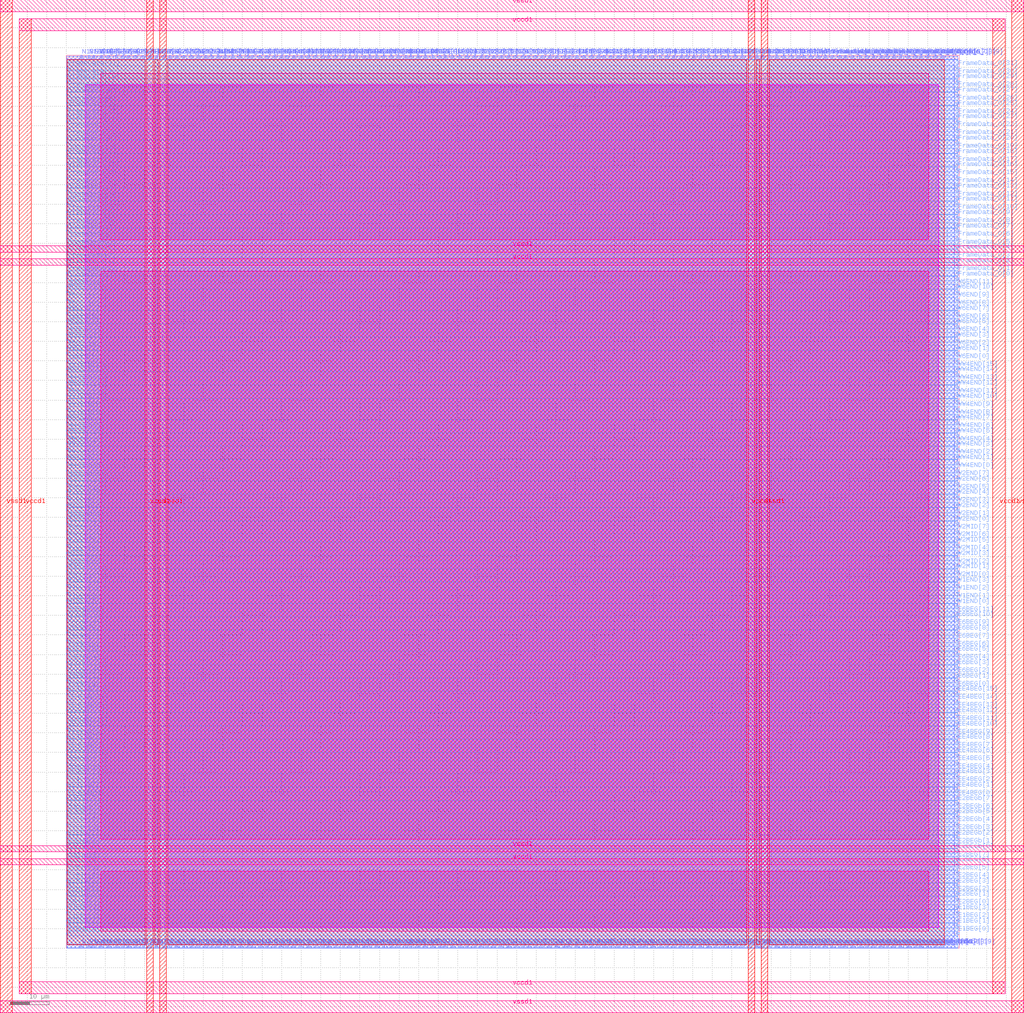
<source format=lef>
VERSION 5.7 ;
  NOWIREEXTENSIONATPIN ON ;
  DIVIDERCHAR "/" ;
  BUSBITCHARS "[]" ;
MACRO LUT4AB
  CLASS BLOCK ;
  FOREIGN LUT4AB ;
  ORIGIN 0.000 0.000 ;
  SIZE 228.000 BY 228.000 ;
  PIN Ci
    DIRECTION INPUT ;
    USE SIGNAL ;
    ANTENNAGATEAREA 0.213000 ;
    PORT
      LAYER met2 ;
        RECT 95.260 0.000 95.640 0.700 ;
    END
  END Ci
  PIN Co
    DIRECTION OUTPUT ;
    USE SIGNAL ;
    ANTENNADIFFAREA 1.336500 ;
    PORT
      LAYER met2 ;
        RECT 95.260 227.300 95.640 228.000 ;
    END
  END Co
  PIN E1BEG[0]
    DIRECTION OUTPUT ;
    USE SIGNAL ;
    ANTENNADIFFAREA 0.445500 ;
    PORT
      LAYER met3 ;
        RECT 227.300 3.550 228.000 3.930 ;
    END
  END E1BEG[0]
  PIN E1BEG[1]
    DIRECTION OUTPUT ;
    USE SIGNAL ;
    ANTENNADIFFAREA 0.445500 ;
    PORT
      LAYER met3 ;
        RECT 227.300 5.590 228.000 5.970 ;
    END
  END E1BEG[1]
  PIN E1BEG[2]
    DIRECTION OUTPUT ;
    USE SIGNAL ;
    ANTENNADIFFAREA 0.445500 ;
    PORT
      LAYER met3 ;
        RECT 227.300 6.950 228.000 7.330 ;
    END
  END E1BEG[2]
  PIN E1BEG[3]
    DIRECTION OUTPUT ;
    USE SIGNAL ;
    ANTENNADIFFAREA 0.445500 ;
    PORT
      LAYER met3 ;
        RECT 227.300 8.990 228.000 9.370 ;
    END
  END E1BEG[3]
  PIN E1END[0]
    DIRECTION INPUT ;
    USE SIGNAL ;
    ANTENNAGATEAREA 0.213000 ;
    PORT
      LAYER met3 ;
        RECT 0.000 3.550 0.700 3.930 ;
    END
  END E1END[0]
  PIN E1END[1]
    DIRECTION INPUT ;
    USE SIGNAL ;
    ANTENNAGATEAREA 0.213000 ;
    PORT
      LAYER met3 ;
        RECT 0.000 5.590 0.700 5.970 ;
    END
  END E1END[1]
  PIN E1END[2]
    DIRECTION INPUT ;
    USE SIGNAL ;
    ANTENNAGATEAREA 0.126000 ;
    PORT
      LAYER met3 ;
        RECT 0.000 6.950 0.700 7.330 ;
    END
  END E1END[2]
  PIN E1END[3]
    DIRECTION INPUT ;
    USE SIGNAL ;
    ANTENNAGATEAREA 0.196500 ;
    PORT
      LAYER met3 ;
        RECT 0.000 8.990 0.700 9.370 ;
    END
  END E1END[3]
  PIN E2BEG[0]
    DIRECTION OUTPUT ;
    USE SIGNAL ;
    ANTENNADIFFAREA 0.445500 ;
    PORT
      LAYER met3 ;
        RECT 227.300 10.350 228.000 10.730 ;
    END
  END E2BEG[0]
  PIN E2BEG[1]
    DIRECTION OUTPUT ;
    USE SIGNAL ;
    ANTENNADIFFAREA 0.445500 ;
    PORT
      LAYER met3 ;
        RECT 227.300 12.390 228.000 12.770 ;
    END
  END E2BEG[1]
  PIN E2BEG[2]
    DIRECTION OUTPUT ;
    USE SIGNAL ;
    ANTENNADIFFAREA 0.445500 ;
    PORT
      LAYER met3 ;
        RECT 227.300 13.750 228.000 14.130 ;
    END
  END E2BEG[2]
  PIN E2BEG[3]
    DIRECTION OUTPUT ;
    USE SIGNAL ;
    ANTENNADIFFAREA 0.445500 ;
    PORT
      LAYER met3 ;
        RECT 227.300 15.790 228.000 16.170 ;
    END
  END E2BEG[3]
  PIN E2BEG[4]
    DIRECTION OUTPUT ;
    USE SIGNAL ;
    ANTENNADIFFAREA 0.445500 ;
    PORT
      LAYER met3 ;
        RECT 227.300 17.150 228.000 17.530 ;
    END
  END E2BEG[4]
  PIN E2BEG[5]
    DIRECTION OUTPUT ;
    USE SIGNAL ;
    ANTENNADIFFAREA 0.445500 ;
    PORT
      LAYER met3 ;
        RECT 227.300 19.190 228.000 19.570 ;
    END
  END E2BEG[5]
  PIN E2BEG[6]
    DIRECTION OUTPUT ;
    USE SIGNAL ;
    ANTENNADIFFAREA 0.445500 ;
    PORT
      LAYER met3 ;
        RECT 227.300 21.230 228.000 21.610 ;
    END
  END E2BEG[6]
  PIN E2BEG[7]
    DIRECTION OUTPUT ;
    USE SIGNAL ;
    ANTENNADIFFAREA 0.445500 ;
    PORT
      LAYER met3 ;
        RECT 227.300 22.590 228.000 22.970 ;
    END
  END E2BEG[7]
  PIN E2BEGb[0]
    DIRECTION OUTPUT ;
    USE SIGNAL ;
    ANTENNADIFFAREA 0.445500 ;
    PORT
      LAYER met3 ;
        RECT 227.300 24.630 228.000 25.010 ;
    END
  END E2BEGb[0]
  PIN E2BEGb[1]
    DIRECTION OUTPUT ;
    USE SIGNAL ;
    ANTENNADIFFAREA 0.445500 ;
    PORT
      LAYER met3 ;
        RECT 227.300 25.990 228.000 26.370 ;
    END
  END E2BEGb[1]
  PIN E2BEGb[2]
    DIRECTION OUTPUT ;
    USE SIGNAL ;
    ANTENNADIFFAREA 0.445500 ;
    PORT
      LAYER met3 ;
        RECT 227.300 28.030 228.000 28.410 ;
    END
  END E2BEGb[2]
  PIN E2BEGb[3]
    DIRECTION OUTPUT ;
    USE SIGNAL ;
    ANTENNADIFFAREA 0.445500 ;
    PORT
      LAYER met3 ;
        RECT 227.300 29.390 228.000 29.770 ;
    END
  END E2BEGb[3]
  PIN E2BEGb[4]
    DIRECTION OUTPUT ;
    USE SIGNAL ;
    ANTENNADIFFAREA 0.445500 ;
    PORT
      LAYER met3 ;
        RECT 227.300 31.430 228.000 31.810 ;
    END
  END E2BEGb[4]
  PIN E2BEGb[5]
    DIRECTION OUTPUT ;
    USE SIGNAL ;
    ANTENNADIFFAREA 0.445500 ;
    PORT
      LAYER met3 ;
        RECT 227.300 33.470 228.000 33.850 ;
    END
  END E2BEGb[5]
  PIN E2BEGb[6]
    DIRECTION OUTPUT ;
    USE SIGNAL ;
    ANTENNADIFFAREA 0.445500 ;
    PORT
      LAYER met3 ;
        RECT 227.300 34.830 228.000 35.210 ;
    END
  END E2BEGb[6]
  PIN E2BEGb[7]
    DIRECTION OUTPUT ;
    USE SIGNAL ;
    ANTENNADIFFAREA 0.445500 ;
    PORT
      LAYER met3 ;
        RECT 227.300 36.870 228.000 37.250 ;
    END
  END E2BEGb[7]
  PIN E2END[0]
    DIRECTION INPUT ;
    USE SIGNAL ;
    ANTENNAGATEAREA 0.159000 ;
    PORT
      LAYER met3 ;
        RECT 0.000 24.630 0.700 25.010 ;
    END
  END E2END[0]
  PIN E2END[1]
    DIRECTION INPUT ;
    USE SIGNAL ;
    ANTENNAGATEAREA 0.126000 ;
    PORT
      LAYER met3 ;
        RECT 0.000 25.990 0.700 26.370 ;
    END
  END E2END[1]
  PIN E2END[2]
    DIRECTION INPUT ;
    USE SIGNAL ;
    ANTENNAGATEAREA 0.159000 ;
    PORT
      LAYER met3 ;
        RECT 0.000 28.030 0.700 28.410 ;
    END
  END E2END[2]
  PIN E2END[3]
    DIRECTION INPUT ;
    USE SIGNAL ;
    ANTENNAGATEAREA 0.159000 ;
    PORT
      LAYER met3 ;
        RECT 0.000 29.390 0.700 29.770 ;
    END
  END E2END[3]
  PIN E2END[4]
    DIRECTION INPUT ;
    USE SIGNAL ;
    ANTENNAGATEAREA 0.213000 ;
    PORT
      LAYER met3 ;
        RECT 0.000 31.430 0.700 31.810 ;
    END
  END E2END[4]
  PIN E2END[5]
    DIRECTION INPUT ;
    USE SIGNAL ;
    ANTENNAGATEAREA 0.213000 ;
    PORT
      LAYER met3 ;
        RECT 0.000 33.470 0.700 33.850 ;
    END
  END E2END[5]
  PIN E2END[6]
    DIRECTION INPUT ;
    USE SIGNAL ;
    ANTENNAGATEAREA 0.159000 ;
    PORT
      LAYER met3 ;
        RECT 0.000 34.830 0.700 35.210 ;
    END
  END E2END[6]
  PIN E2END[7]
    DIRECTION INPUT ;
    USE SIGNAL ;
    ANTENNAGATEAREA 0.213000 ;
    PORT
      LAYER met3 ;
        RECT 0.000 36.870 0.700 37.250 ;
    END
  END E2END[7]
  PIN E2MID[0]
    DIRECTION INPUT ;
    USE SIGNAL ;
    ANTENNAGATEAREA 0.159000 ;
    PORT
      LAYER met3 ;
        RECT 0.000 10.350 0.700 10.730 ;
    END
  END E2MID[0]
  PIN E2MID[1]
    DIRECTION INPUT ;
    USE SIGNAL ;
    ANTENNAGATEAREA 0.159000 ;
    PORT
      LAYER met3 ;
        RECT 0.000 12.390 0.700 12.770 ;
    END
  END E2MID[1]
  PIN E2MID[2]
    DIRECTION INPUT ;
    USE SIGNAL ;
    ANTENNAGATEAREA 0.159000 ;
    PORT
      LAYER met3 ;
        RECT 0.000 13.750 0.700 14.130 ;
    END
  END E2MID[2]
  PIN E2MID[3]
    DIRECTION INPUT ;
    USE SIGNAL ;
    ANTENNAGATEAREA 0.213000 ;
    PORT
      LAYER met3 ;
        RECT 0.000 15.790 0.700 16.170 ;
    END
  END E2MID[3]
  PIN E2MID[4]
    DIRECTION INPUT ;
    USE SIGNAL ;
    ANTENNAGATEAREA 0.196500 ;
    PORT
      LAYER met3 ;
        RECT 0.000 17.150 0.700 17.530 ;
    END
  END E2MID[4]
  PIN E2MID[5]
    DIRECTION INPUT ;
    USE SIGNAL ;
    ANTENNAGATEAREA 0.213000 ;
    PORT
      LAYER met3 ;
        RECT 0.000 19.190 0.700 19.570 ;
    END
  END E2MID[5]
  PIN E2MID[6]
    DIRECTION INPUT ;
    USE SIGNAL ;
    ANTENNAGATEAREA 0.159000 ;
    PORT
      LAYER met3 ;
        RECT 0.000 21.230 0.700 21.610 ;
    END
  END E2MID[6]
  PIN E2MID[7]
    DIRECTION INPUT ;
    USE SIGNAL ;
    ANTENNAGATEAREA 0.159000 ;
    PORT
      LAYER met3 ;
        RECT 0.000 22.590 0.700 22.970 ;
    END
  END E2MID[7]
  PIN E6BEG[0]
    DIRECTION OUTPUT ;
    USE SIGNAL ;
    ANTENNADIFFAREA 0.445500 ;
    PORT
      LAYER met3 ;
        RECT 227.300 66.110 228.000 66.490 ;
    END
  END E6BEG[0]
  PIN E6BEG[10]
    DIRECTION OUTPUT ;
    USE SIGNAL ;
    ANTENNADIFFAREA 0.445500 ;
    PORT
      LAYER met3 ;
        RECT 227.300 83.790 228.000 84.170 ;
    END
  END E6BEG[10]
  PIN E6BEG[11]
    DIRECTION OUTPUT ;
    USE SIGNAL ;
    ANTENNADIFFAREA 1.336500 ;
    PORT
      LAYER met3 ;
        RECT 227.300 85.150 228.000 85.530 ;
    END
  END E6BEG[11]
  PIN E6BEG[1]
    DIRECTION OUTPUT ;
    USE SIGNAL ;
    ANTENNADIFFAREA 0.445500 ;
    PORT
      LAYER met3 ;
        RECT 227.300 68.150 228.000 68.530 ;
    END
  END E6BEG[1]
  PIN E6BEG[2]
    DIRECTION OUTPUT ;
    USE SIGNAL ;
    ANTENNADIFFAREA 0.445500 ;
    PORT
      LAYER met3 ;
        RECT 227.300 69.510 228.000 69.890 ;
    END
  END E6BEG[2]
  PIN E6BEG[3]
    DIRECTION OUTPUT ;
    USE SIGNAL ;
    ANTENNADIFFAREA 0.445500 ;
    PORT
      LAYER met3 ;
        RECT 227.300 71.550 228.000 71.930 ;
    END
  END E6BEG[3]
  PIN E6BEG[4]
    DIRECTION OUTPUT ;
    USE SIGNAL ;
    ANTENNADIFFAREA 0.445500 ;
    PORT
      LAYER met3 ;
        RECT 227.300 72.910 228.000 73.290 ;
    END
  END E6BEG[4]
  PIN E6BEG[5]
    DIRECTION OUTPUT ;
    USE SIGNAL ;
    ANTENNADIFFAREA 0.445500 ;
    PORT
      LAYER met3 ;
        RECT 227.300 74.950 228.000 75.330 ;
    END
  END E6BEG[5]
  PIN E6BEG[6]
    DIRECTION OUTPUT ;
    USE SIGNAL ;
    ANTENNADIFFAREA 0.445500 ;
    PORT
      LAYER met3 ;
        RECT 227.300 76.310 228.000 76.690 ;
    END
  END E6BEG[6]
  PIN E6BEG[7]
    DIRECTION OUTPUT ;
    USE SIGNAL ;
    ANTENNADIFFAREA 0.445500 ;
    PORT
      LAYER met3 ;
        RECT 227.300 78.350 228.000 78.730 ;
    END
  END E6BEG[7]
  PIN E6BEG[8]
    DIRECTION OUTPUT ;
    USE SIGNAL ;
    ANTENNADIFFAREA 0.445500 ;
    PORT
      LAYER met3 ;
        RECT 227.300 80.390 228.000 80.770 ;
    END
  END E6BEG[8]
  PIN E6BEG[9]
    DIRECTION OUTPUT ;
    USE SIGNAL ;
    ANTENNADIFFAREA 0.445500 ;
    PORT
      LAYER met3 ;
        RECT 227.300 81.750 228.000 82.130 ;
    END
  END E6BEG[9]
  PIN E6END[0]
    DIRECTION INPUT ;
    USE SIGNAL ;
    ANTENNAGATEAREA 0.213000 ;
    PORT
      LAYER met3 ;
        RECT 0.000 66.110 0.700 66.490 ;
    END
  END E6END[0]
  PIN E6END[10]
    DIRECTION INPUT ;
    USE SIGNAL ;
    ANTENNAGATEAREA 0.196500 ;
    ANTENNADIFFAREA 0.434700 ;
    PORT
      LAYER met3 ;
        RECT 0.000 83.790 0.700 84.170 ;
    END
  END E6END[10]
  PIN E6END[11]
    DIRECTION INPUT ;
    USE SIGNAL ;
    ANTENNAGATEAREA 0.213000 ;
    ANTENNADIFFAREA 0.434700 ;
    PORT
      LAYER met3 ;
        RECT 0.000 85.150 0.700 85.530 ;
    END
  END E6END[11]
  PIN E6END[1]
    DIRECTION INPUT ;
    USE SIGNAL ;
    ANTENNAGATEAREA 0.126000 ;
    PORT
      LAYER met3 ;
        RECT 0.000 68.150 0.700 68.530 ;
    END
  END E6END[1]
  PIN E6END[2]
    DIRECTION INPUT ;
    USE SIGNAL ;
    ANTENNAGATEAREA 0.213000 ;
    ANTENNADIFFAREA 0.434700 ;
    PORT
      LAYER met3 ;
        RECT 0.000 69.510 0.700 69.890 ;
    END
  END E6END[2]
  PIN E6END[3]
    DIRECTION INPUT ;
    USE SIGNAL ;
    ANTENNAGATEAREA 0.213000 ;
    ANTENNADIFFAREA 0.869400 ;
    PORT
      LAYER met3 ;
        RECT 0.000 71.550 0.700 71.930 ;
    END
  END E6END[3]
  PIN E6END[4]
    DIRECTION INPUT ;
    USE SIGNAL ;
    ANTENNAGATEAREA 0.213000 ;
    ANTENNADIFFAREA 0.434700 ;
    PORT
      LAYER met3 ;
        RECT 0.000 72.910 0.700 73.290 ;
    END
  END E6END[4]
  PIN E6END[5]
    DIRECTION INPUT ;
    USE SIGNAL ;
    ANTENNAGATEAREA 0.213000 ;
    ANTENNADIFFAREA 0.434700 ;
    PORT
      LAYER met3 ;
        RECT 0.000 74.950 0.700 75.330 ;
    END
  END E6END[5]
  PIN E6END[6]
    DIRECTION INPUT ;
    USE SIGNAL ;
    ANTENNAGATEAREA 0.213000 ;
    ANTENNADIFFAREA 0.434700 ;
    PORT
      LAYER met3 ;
        RECT 0.000 76.310 0.700 76.690 ;
    END
  END E6END[6]
  PIN E6END[7]
    DIRECTION INPUT ;
    USE SIGNAL ;
    ANTENNAGATEAREA 0.196500 ;
    ANTENNADIFFAREA 0.869400 ;
    PORT
      LAYER met3 ;
        RECT 0.000 78.350 0.700 78.730 ;
    END
  END E6END[7]
  PIN E6END[8]
    DIRECTION INPUT ;
    USE SIGNAL ;
    ANTENNAGATEAREA 0.213000 ;
    ANTENNADIFFAREA 0.434700 ;
    PORT
      LAYER met3 ;
        RECT 0.000 80.390 0.700 80.770 ;
    END
  END E6END[8]
  PIN E6END[9]
    DIRECTION INPUT ;
    USE SIGNAL ;
    ANTENNAGATEAREA 0.213000 ;
    ANTENNADIFFAREA 0.869400 ;
    PORT
      LAYER met3 ;
        RECT 0.000 81.750 0.700 82.130 ;
    END
  END E6END[9]
  PIN EE4BEG[0]
    DIRECTION OUTPUT ;
    USE SIGNAL ;
    ANTENNADIFFAREA 0.445500 ;
    PORT
      LAYER met3 ;
        RECT 227.300 38.230 228.000 38.610 ;
    END
  END EE4BEG[0]
  PIN EE4BEG[10]
    DIRECTION OUTPUT ;
    USE SIGNAL ;
    ANTENNADIFFAREA 0.445500 ;
    PORT
      LAYER met3 ;
        RECT 227.300 55.910 228.000 56.290 ;
    END
  END EE4BEG[10]
  PIN EE4BEG[11]
    DIRECTION OUTPUT ;
    USE SIGNAL ;
    ANTENNADIFFAREA 0.445500 ;
    PORT
      LAYER met3 ;
        RECT 227.300 57.270 228.000 57.650 ;
    END
  END EE4BEG[11]
  PIN EE4BEG[12]
    DIRECTION OUTPUT ;
    USE SIGNAL ;
    ANTENNADIFFAREA 0.445500 ;
    PORT
      LAYER met3 ;
        RECT 227.300 59.310 228.000 59.690 ;
    END
  END EE4BEG[12]
  PIN EE4BEG[13]
    DIRECTION OUTPUT ;
    USE SIGNAL ;
    ANTENNADIFFAREA 0.445500 ;
    PORT
      LAYER met3 ;
        RECT 227.300 60.670 228.000 61.050 ;
    END
  END EE4BEG[13]
  PIN EE4BEG[14]
    DIRECTION OUTPUT ;
    USE SIGNAL ;
    ANTENNADIFFAREA 0.445500 ;
    PORT
      LAYER met3 ;
        RECT 227.300 62.710 228.000 63.090 ;
    END
  END EE4BEG[14]
  PIN EE4BEG[15]
    DIRECTION OUTPUT ;
    USE SIGNAL ;
    ANTENNADIFFAREA 0.445500 ;
    PORT
      LAYER met3 ;
        RECT 227.300 64.750 228.000 65.130 ;
    END
  END EE4BEG[15]
  PIN EE4BEG[1]
    DIRECTION OUTPUT ;
    USE SIGNAL ;
    ANTENNADIFFAREA 0.445500 ;
    PORT
      LAYER met3 ;
        RECT 227.300 40.270 228.000 40.650 ;
    END
  END EE4BEG[1]
  PIN EE4BEG[2]
    DIRECTION OUTPUT ;
    USE SIGNAL ;
    ANTENNADIFFAREA 0.445500 ;
    PORT
      LAYER met3 ;
        RECT 227.300 41.630 228.000 42.010 ;
    END
  END EE4BEG[2]
  PIN EE4BEG[3]
    DIRECTION OUTPUT ;
    USE SIGNAL ;
    ANTENNADIFFAREA 0.445500 ;
    PORT
      LAYER met3 ;
        RECT 227.300 43.670 228.000 44.050 ;
    END
  END EE4BEG[3]
  PIN EE4BEG[4]
    DIRECTION OUTPUT ;
    USE SIGNAL ;
    ANTENNADIFFAREA 0.445500 ;
    PORT
      LAYER met3 ;
        RECT 227.300 45.030 228.000 45.410 ;
    END
  END EE4BEG[4]
  PIN EE4BEG[5]
    DIRECTION OUTPUT ;
    USE SIGNAL ;
    ANTENNADIFFAREA 0.445500 ;
    PORT
      LAYER met3 ;
        RECT 227.300 47.070 228.000 47.450 ;
    END
  END EE4BEG[5]
  PIN EE4BEG[6]
    DIRECTION OUTPUT ;
    USE SIGNAL ;
    ANTENNADIFFAREA 0.445500 ;
    PORT
      LAYER met3 ;
        RECT 227.300 49.110 228.000 49.490 ;
    END
  END EE4BEG[6]
  PIN EE4BEG[7]
    DIRECTION OUTPUT ;
    USE SIGNAL ;
    ANTENNADIFFAREA 0.445500 ;
    PORT
      LAYER met3 ;
        RECT 227.300 50.470 228.000 50.850 ;
    END
  END EE4BEG[7]
  PIN EE4BEG[8]
    DIRECTION OUTPUT ;
    USE SIGNAL ;
    ANTENNADIFFAREA 0.445500 ;
    PORT
      LAYER met3 ;
        RECT 227.300 52.510 228.000 52.890 ;
    END
  END EE4BEG[8]
  PIN EE4BEG[9]
    DIRECTION OUTPUT ;
    USE SIGNAL ;
    ANTENNADIFFAREA 0.445500 ;
    PORT
      LAYER met3 ;
        RECT 227.300 53.870 228.000 54.250 ;
    END
  END EE4BEG[9]
  PIN EE4END[0]
    DIRECTION INPUT ;
    USE SIGNAL ;
    ANTENNAGATEAREA 0.159000 ;
    PORT
      LAYER met3 ;
        RECT 0.000 38.230 0.700 38.610 ;
    END
  END EE4END[0]
  PIN EE4END[10]
    DIRECTION INPUT ;
    USE SIGNAL ;
    ANTENNAGATEAREA 0.213000 ;
    ANTENNADIFFAREA 0.434700 ;
    PORT
      LAYER met3 ;
        RECT 0.000 55.910 0.700 56.290 ;
    END
  END EE4END[10]
  PIN EE4END[11]
    DIRECTION INPUT ;
    USE SIGNAL ;
    ANTENNAGATEAREA 0.196500 ;
    ANTENNADIFFAREA 1.304100 ;
    PORT
      LAYER met3 ;
        RECT 0.000 57.270 0.700 57.650 ;
    END
  END EE4END[11]
  PIN EE4END[12]
    DIRECTION INPUT ;
    USE SIGNAL ;
    ANTENNAGATEAREA 0.196500 ;
    ANTENNADIFFAREA 0.434700 ;
    PORT
      LAYER met3 ;
        RECT 0.000 59.310 0.700 59.690 ;
    END
  END EE4END[12]
  PIN EE4END[13]
    DIRECTION INPUT ;
    USE SIGNAL ;
    ANTENNAGATEAREA 0.213000 ;
    ANTENNADIFFAREA 0.434700 ;
    PORT
      LAYER met3 ;
        RECT 0.000 60.670 0.700 61.050 ;
    END
  END EE4END[13]
  PIN EE4END[14]
    DIRECTION INPUT ;
    USE SIGNAL ;
    ANTENNAGATEAREA 0.159000 ;
    ANTENNADIFFAREA 0.434700 ;
    PORT
      LAYER met3 ;
        RECT 0.000 62.710 0.700 63.090 ;
    END
  END EE4END[14]
  PIN EE4END[15]
    DIRECTION INPUT ;
    USE SIGNAL ;
    ANTENNAGATEAREA 0.196500 ;
    ANTENNADIFFAREA 0.434700 ;
    PORT
      LAYER met3 ;
        RECT 0.000 64.750 0.700 65.130 ;
    END
  END EE4END[15]
  PIN EE4END[1]
    DIRECTION INPUT ;
    USE SIGNAL ;
    ANTENNAGATEAREA 0.213000 ;
    PORT
      LAYER met3 ;
        RECT 0.000 40.270 0.700 40.650 ;
    END
  END EE4END[1]
  PIN EE4END[2]
    DIRECTION INPUT ;
    USE SIGNAL ;
    ANTENNAGATEAREA 0.213000 ;
    PORT
      LAYER met3 ;
        RECT 0.000 41.630 0.700 42.010 ;
    END
  END EE4END[2]
  PIN EE4END[3]
    DIRECTION INPUT ;
    USE SIGNAL ;
    ANTENNAGATEAREA 0.196500 ;
    PORT
      LAYER met3 ;
        RECT 0.000 43.670 0.700 44.050 ;
    END
  END EE4END[3]
  PIN EE4END[4]
    DIRECTION INPUT ;
    USE SIGNAL ;
    ANTENNAGATEAREA 0.196500 ;
    ANTENNADIFFAREA 0.434700 ;
    PORT
      LAYER met3 ;
        RECT 0.000 45.030 0.700 45.410 ;
    END
  END EE4END[4]
  PIN EE4END[5]
    DIRECTION INPUT ;
    USE SIGNAL ;
    ANTENNAGATEAREA 0.213000 ;
    ANTENNADIFFAREA 0.434700 ;
    PORT
      LAYER met3 ;
        RECT 0.000 47.070 0.700 47.450 ;
    END
  END EE4END[5]
  PIN EE4END[6]
    DIRECTION INPUT ;
    USE SIGNAL ;
    ANTENNAGATEAREA 0.196500 ;
    ANTENNADIFFAREA 0.434700 ;
    PORT
      LAYER met3 ;
        RECT 0.000 49.110 0.700 49.490 ;
    END
  END EE4END[6]
  PIN EE4END[7]
    DIRECTION INPUT ;
    USE SIGNAL ;
    ANTENNAGATEAREA 0.196500 ;
    ANTENNADIFFAREA 0.434700 ;
    PORT
      LAYER met3 ;
        RECT 0.000 50.470 0.700 50.850 ;
    END
  END EE4END[7]
  PIN EE4END[8]
    DIRECTION INPUT ;
    USE SIGNAL ;
    ANTENNAGATEAREA 0.196500 ;
    ANTENNADIFFAREA 0.434700 ;
    PORT
      LAYER met3 ;
        RECT 0.000 52.510 0.700 52.890 ;
    END
  END EE4END[8]
  PIN EE4END[9]
    DIRECTION INPUT ;
    USE SIGNAL ;
    ANTENNAGATEAREA 0.213000 ;
    ANTENNADIFFAREA 0.434700 ;
    PORT
      LAYER met3 ;
        RECT 0.000 53.870 0.700 54.250 ;
    END
  END EE4END[9]
  PIN FrameData[0]
    DIRECTION INPUT ;
    USE SIGNAL ;
    ANTENNAGATEAREA 0.126000 ;
    PORT
      LAYER met3 ;
        RECT 0.000 170.830 0.700 171.210 ;
    END
  END FrameData[0]
  PIN FrameData[10]
    DIRECTION INPUT ;
    USE SIGNAL ;
    ANTENNAGATEAREA 0.213000 ;
    PORT
      LAYER met3 ;
        RECT 0.000 187.830 0.700 188.210 ;
    END
  END FrameData[10]
  PIN FrameData[11]
    DIRECTION INPUT ;
    USE SIGNAL ;
    ANTENNAGATEAREA 0.159000 ;
    PORT
      LAYER met3 ;
        RECT 0.000 189.870 0.700 190.250 ;
    END
  END FrameData[11]
  PIN FrameData[12]
    DIRECTION INPUT ;
    USE SIGNAL ;
    ANTENNAGATEAREA 0.159000 ;
    PORT
      LAYER met3 ;
        RECT 0.000 191.230 0.700 191.610 ;
    END
  END FrameData[12]
  PIN FrameData[13]
    DIRECTION INPUT ;
    USE SIGNAL ;
    ANTENNAGATEAREA 0.159000 ;
    PORT
      LAYER met3 ;
        RECT 0.000 193.270 0.700 193.650 ;
    END
  END FrameData[13]
  PIN FrameData[14]
    DIRECTION INPUT ;
    USE SIGNAL ;
    ANTENNAGATEAREA 0.159000 ;
    PORT
      LAYER met3 ;
        RECT 0.000 194.630 0.700 195.010 ;
    END
  END FrameData[14]
  PIN FrameData[15]
    DIRECTION INPUT ;
    USE SIGNAL ;
    ANTENNAGATEAREA 0.213000 ;
    PORT
      LAYER met3 ;
        RECT 0.000 196.670 0.700 197.050 ;
    END
  END FrameData[15]
  PIN FrameData[16]
    DIRECTION INPUT ;
    USE SIGNAL ;
    ANTENNAGATEAREA 0.159000 ;
    PORT
      LAYER met3 ;
        RECT 0.000 198.710 0.700 199.090 ;
    END
  END FrameData[16]
  PIN FrameData[17]
    DIRECTION INPUT ;
    USE SIGNAL ;
    ANTENNAGATEAREA 0.159000 ;
    PORT
      LAYER met3 ;
        RECT 0.000 200.070 0.700 200.450 ;
    END
  END FrameData[17]
  PIN FrameData[18]
    DIRECTION INPUT ;
    USE SIGNAL ;
    ANTENNAGATEAREA 0.213000 ;
    PORT
      LAYER met3 ;
        RECT 0.000 202.110 0.700 202.490 ;
    END
  END FrameData[18]
  PIN FrameData[19]
    DIRECTION INPUT ;
    USE SIGNAL ;
    ANTENNAGATEAREA 0.196500 ;
    PORT
      LAYER met3 ;
        RECT 0.000 203.470 0.700 203.850 ;
    END
  END FrameData[19]
  PIN FrameData[1]
    DIRECTION INPUT ;
    USE SIGNAL ;
    ANTENNAGATEAREA 0.196500 ;
    PORT
      LAYER met3 ;
        RECT 0.000 172.190 0.700 172.570 ;
    END
  END FrameData[1]
  PIN FrameData[20]
    DIRECTION INPUT ;
    USE SIGNAL ;
    ANTENNAGATEAREA 0.159000 ;
    PORT
      LAYER met3 ;
        RECT 0.000 205.510 0.700 205.890 ;
    END
  END FrameData[20]
  PIN FrameData[21]
    DIRECTION INPUT ;
    USE SIGNAL ;
    ANTENNAGATEAREA 0.159000 ;
    PORT
      LAYER met3 ;
        RECT 0.000 206.870 0.700 207.250 ;
    END
  END FrameData[21]
  PIN FrameData[22]
    DIRECTION INPUT ;
    USE SIGNAL ;
    ANTENNAGATEAREA 0.213000 ;
    ANTENNADIFFAREA 0.434700 ;
    PORT
      LAYER met3 ;
        RECT 0.000 208.910 0.700 209.290 ;
    END
  END FrameData[22]
  PIN FrameData[23]
    DIRECTION INPUT ;
    USE SIGNAL ;
    ANTENNAGATEAREA 0.159000 ;
    PORT
      LAYER met3 ;
        RECT 0.000 210.950 0.700 211.330 ;
    END
  END FrameData[23]
  PIN FrameData[24]
    DIRECTION INPUT ;
    USE SIGNAL ;
    ANTENNAGATEAREA 0.213000 ;
    PORT
      LAYER met3 ;
        RECT 0.000 212.310 0.700 212.690 ;
    END
  END FrameData[24]
  PIN FrameData[25]
    DIRECTION INPUT ;
    USE SIGNAL ;
    ANTENNAGATEAREA 0.159000 ;
    PORT
      LAYER met3 ;
        RECT 0.000 214.350 0.700 214.730 ;
    END
  END FrameData[25]
  PIN FrameData[26]
    DIRECTION INPUT ;
    USE SIGNAL ;
    ANTENNAGATEAREA 0.196500 ;
    PORT
      LAYER met3 ;
        RECT 0.000 215.710 0.700 216.090 ;
    END
  END FrameData[26]
  PIN FrameData[27]
    DIRECTION INPUT ;
    USE SIGNAL ;
    ANTENNAGATEAREA 0.196500 ;
    PORT
      LAYER met3 ;
        RECT 0.000 217.750 0.700 218.130 ;
    END
  END FrameData[27]
  PIN FrameData[28]
    DIRECTION INPUT ;
    USE SIGNAL ;
    ANTENNAGATEAREA 0.196500 ;
    PORT
      LAYER met3 ;
        RECT 0.000 219.110 0.700 219.490 ;
    END
  END FrameData[28]
  PIN FrameData[29]
    DIRECTION INPUT ;
    USE SIGNAL ;
    ANTENNAGATEAREA 0.196500 ;
    PORT
      LAYER met3 ;
        RECT 0.000 221.150 0.700 221.530 ;
    END
  END FrameData[29]
  PIN FrameData[2]
    DIRECTION INPUT ;
    USE SIGNAL ;
    ANTENNAGATEAREA 0.196500 ;
    PORT
      LAYER met3 ;
        RECT 0.000 174.230 0.700 174.610 ;
    END
  END FrameData[2]
  PIN FrameData[30]
    DIRECTION INPUT ;
    USE SIGNAL ;
    ANTENNAGATEAREA 0.196500 ;
    PORT
      LAYER met3 ;
        RECT 0.000 222.510 0.700 222.890 ;
    END
  END FrameData[30]
  PIN FrameData[31]
    DIRECTION INPUT ;
    USE SIGNAL ;
    ANTENNAGATEAREA 0.196500 ;
    PORT
      LAYER met3 ;
        RECT 0.000 224.550 0.700 224.930 ;
    END
  END FrameData[31]
  PIN FrameData[3]
    DIRECTION INPUT ;
    USE SIGNAL ;
    ANTENNAGATEAREA 0.196500 ;
    PORT
      LAYER met3 ;
        RECT 0.000 175.590 0.700 175.970 ;
    END
  END FrameData[3]
  PIN FrameData[4]
    DIRECTION INPUT ;
    USE SIGNAL ;
    ANTENNAGATEAREA 0.213000 ;
    PORT
      LAYER met3 ;
        RECT 0.000 177.630 0.700 178.010 ;
    END
  END FrameData[4]
  PIN FrameData[5]
    DIRECTION INPUT ;
    USE SIGNAL ;
    ANTENNAGATEAREA 0.213000 ;
    PORT
      LAYER met3 ;
        RECT 0.000 178.990 0.700 179.370 ;
    END
  END FrameData[5]
  PIN FrameData[6]
    DIRECTION INPUT ;
    USE SIGNAL ;
    ANTENNAGATEAREA 0.126000 ;
    PORT
      LAYER met3 ;
        RECT 0.000 181.030 0.700 181.410 ;
    END
  END FrameData[6]
  PIN FrameData[7]
    DIRECTION INPUT ;
    USE SIGNAL ;
    ANTENNAGATEAREA 0.213000 ;
    PORT
      LAYER met3 ;
        RECT 0.000 183.070 0.700 183.450 ;
    END
  END FrameData[7]
  PIN FrameData[8]
    DIRECTION INPUT ;
    USE SIGNAL ;
    ANTENNAGATEAREA 0.159000 ;
    PORT
      LAYER met3 ;
        RECT 0.000 184.430 0.700 184.810 ;
    END
  END FrameData[8]
  PIN FrameData[9]
    DIRECTION INPUT ;
    USE SIGNAL ;
    ANTENNAGATEAREA 0.213000 ;
    PORT
      LAYER met3 ;
        RECT 0.000 186.470 0.700 186.850 ;
    END
  END FrameData[9]
  PIN FrameData_O[0]
    DIRECTION OUTPUT ;
    USE SIGNAL ;
    ANTENNADIFFAREA 0.445500 ;
    PORT
      LAYER met3 ;
        RECT 227.300 170.830 228.000 171.210 ;
    END
  END FrameData_O[0]
  PIN FrameData_O[10]
    DIRECTION OUTPUT ;
    USE SIGNAL ;
    ANTENNADIFFAREA 0.445500 ;
    PORT
      LAYER met3 ;
        RECT 227.300 187.830 228.000 188.210 ;
    END
  END FrameData_O[10]
  PIN FrameData_O[11]
    DIRECTION OUTPUT ;
    USE SIGNAL ;
    ANTENNADIFFAREA 0.445500 ;
    PORT
      LAYER met3 ;
        RECT 227.300 189.870 228.000 190.250 ;
    END
  END FrameData_O[11]
  PIN FrameData_O[12]
    DIRECTION OUTPUT ;
    USE SIGNAL ;
    ANTENNADIFFAREA 0.445500 ;
    PORT
      LAYER met3 ;
        RECT 227.300 191.230 228.000 191.610 ;
    END
  END FrameData_O[12]
  PIN FrameData_O[13]
    DIRECTION OUTPUT ;
    USE SIGNAL ;
    ANTENNADIFFAREA 0.445500 ;
    PORT
      LAYER met3 ;
        RECT 227.300 193.270 228.000 193.650 ;
    END
  END FrameData_O[13]
  PIN FrameData_O[14]
    DIRECTION OUTPUT ;
    USE SIGNAL ;
    ANTENNADIFFAREA 0.445500 ;
    PORT
      LAYER met3 ;
        RECT 227.300 194.630 228.000 195.010 ;
    END
  END FrameData_O[14]
  PIN FrameData_O[15]
    DIRECTION OUTPUT ;
    USE SIGNAL ;
    ANTENNADIFFAREA 0.445500 ;
    PORT
      LAYER met3 ;
        RECT 227.300 196.670 228.000 197.050 ;
    END
  END FrameData_O[15]
  PIN FrameData_O[16]
    DIRECTION OUTPUT ;
    USE SIGNAL ;
    ANTENNADIFFAREA 0.445500 ;
    PORT
      LAYER met3 ;
        RECT 227.300 198.710 228.000 199.090 ;
    END
  END FrameData_O[16]
  PIN FrameData_O[17]
    DIRECTION OUTPUT ;
    USE SIGNAL ;
    ANTENNADIFFAREA 0.445500 ;
    PORT
      LAYER met3 ;
        RECT 227.300 200.070 228.000 200.450 ;
    END
  END FrameData_O[17]
  PIN FrameData_O[18]
    DIRECTION OUTPUT ;
    USE SIGNAL ;
    ANTENNADIFFAREA 0.445500 ;
    PORT
      LAYER met3 ;
        RECT 227.300 202.110 228.000 202.490 ;
    END
  END FrameData_O[18]
  PIN FrameData_O[19]
    DIRECTION OUTPUT ;
    USE SIGNAL ;
    ANTENNADIFFAREA 0.445500 ;
    PORT
      LAYER met3 ;
        RECT 227.300 203.470 228.000 203.850 ;
    END
  END FrameData_O[19]
  PIN FrameData_O[1]
    DIRECTION OUTPUT ;
    USE SIGNAL ;
    ANTENNADIFFAREA 0.445500 ;
    PORT
      LAYER met3 ;
        RECT 227.300 172.190 228.000 172.570 ;
    END
  END FrameData_O[1]
  PIN FrameData_O[20]
    DIRECTION OUTPUT ;
    USE SIGNAL ;
    ANTENNADIFFAREA 0.445500 ;
    PORT
      LAYER met3 ;
        RECT 227.300 205.510 228.000 205.890 ;
    END
  END FrameData_O[20]
  PIN FrameData_O[21]
    DIRECTION OUTPUT ;
    USE SIGNAL ;
    ANTENNADIFFAREA 0.445500 ;
    PORT
      LAYER met3 ;
        RECT 227.300 206.870 228.000 207.250 ;
    END
  END FrameData_O[21]
  PIN FrameData_O[22]
    DIRECTION OUTPUT ;
    USE SIGNAL ;
    ANTENNADIFFAREA 0.445500 ;
    PORT
      LAYER met3 ;
        RECT 227.300 208.910 228.000 209.290 ;
    END
  END FrameData_O[22]
  PIN FrameData_O[23]
    DIRECTION OUTPUT ;
    USE SIGNAL ;
    ANTENNADIFFAREA 0.445500 ;
    PORT
      LAYER met3 ;
        RECT 227.300 210.950 228.000 211.330 ;
    END
  END FrameData_O[23]
  PIN FrameData_O[24]
    DIRECTION OUTPUT ;
    USE SIGNAL ;
    ANTENNADIFFAREA 0.445500 ;
    PORT
      LAYER met3 ;
        RECT 227.300 212.310 228.000 212.690 ;
    END
  END FrameData_O[24]
  PIN FrameData_O[25]
    DIRECTION OUTPUT ;
    USE SIGNAL ;
    ANTENNADIFFAREA 0.445500 ;
    PORT
      LAYER met3 ;
        RECT 227.300 214.350 228.000 214.730 ;
    END
  END FrameData_O[25]
  PIN FrameData_O[26]
    DIRECTION OUTPUT ;
    USE SIGNAL ;
    ANTENNADIFFAREA 0.445500 ;
    PORT
      LAYER met3 ;
        RECT 227.300 215.710 228.000 216.090 ;
    END
  END FrameData_O[26]
  PIN FrameData_O[27]
    DIRECTION OUTPUT ;
    USE SIGNAL ;
    ANTENNADIFFAREA 0.445500 ;
    PORT
      LAYER met3 ;
        RECT 227.300 217.750 228.000 218.130 ;
    END
  END FrameData_O[27]
  PIN FrameData_O[28]
    DIRECTION OUTPUT ;
    USE SIGNAL ;
    ANTENNADIFFAREA 0.445500 ;
    PORT
      LAYER met3 ;
        RECT 227.300 219.110 228.000 219.490 ;
    END
  END FrameData_O[28]
  PIN FrameData_O[29]
    DIRECTION OUTPUT ;
    USE SIGNAL ;
    ANTENNADIFFAREA 0.445500 ;
    PORT
      LAYER met3 ;
        RECT 227.300 221.150 228.000 221.530 ;
    END
  END FrameData_O[29]
  PIN FrameData_O[2]
    DIRECTION OUTPUT ;
    USE SIGNAL ;
    ANTENNADIFFAREA 0.445500 ;
    PORT
      LAYER met3 ;
        RECT 227.300 174.230 228.000 174.610 ;
    END
  END FrameData_O[2]
  PIN FrameData_O[30]
    DIRECTION OUTPUT ;
    USE SIGNAL ;
    ANTENNADIFFAREA 0.445500 ;
    PORT
      LAYER met3 ;
        RECT 227.300 222.510 228.000 222.890 ;
    END
  END FrameData_O[30]
  PIN FrameData_O[31]
    DIRECTION OUTPUT ;
    USE SIGNAL ;
    ANTENNADIFFAREA 0.445500 ;
    PORT
      LAYER met3 ;
        RECT 227.300 224.550 228.000 224.930 ;
    END
  END FrameData_O[31]
  PIN FrameData_O[3]
    DIRECTION OUTPUT ;
    USE SIGNAL ;
    ANTENNADIFFAREA 0.445500 ;
    PORT
      LAYER met3 ;
        RECT 227.300 175.590 228.000 175.970 ;
    END
  END FrameData_O[3]
  PIN FrameData_O[4]
    DIRECTION OUTPUT ;
    USE SIGNAL ;
    ANTENNADIFFAREA 0.445500 ;
    PORT
      LAYER met3 ;
        RECT 227.300 177.630 228.000 178.010 ;
    END
  END FrameData_O[4]
  PIN FrameData_O[5]
    DIRECTION OUTPUT ;
    USE SIGNAL ;
    ANTENNADIFFAREA 0.445500 ;
    PORT
      LAYER met3 ;
        RECT 227.300 178.990 228.000 179.370 ;
    END
  END FrameData_O[5]
  PIN FrameData_O[6]
    DIRECTION OUTPUT ;
    USE SIGNAL ;
    ANTENNADIFFAREA 0.445500 ;
    PORT
      LAYER met3 ;
        RECT 227.300 181.030 228.000 181.410 ;
    END
  END FrameData_O[6]
  PIN FrameData_O[7]
    DIRECTION OUTPUT ;
    USE SIGNAL ;
    ANTENNADIFFAREA 0.445500 ;
    PORT
      LAYER met3 ;
        RECT 227.300 183.070 228.000 183.450 ;
    END
  END FrameData_O[7]
  PIN FrameData_O[8]
    DIRECTION OUTPUT ;
    USE SIGNAL ;
    ANTENNADIFFAREA 0.445500 ;
    PORT
      LAYER met3 ;
        RECT 227.300 184.430 228.000 184.810 ;
    END
  END FrameData_O[8]
  PIN FrameData_O[9]
    DIRECTION OUTPUT ;
    USE SIGNAL ;
    ANTENNADIFFAREA 0.445500 ;
    PORT
      LAYER met3 ;
        RECT 227.300 186.470 228.000 186.850 ;
    END
  END FrameData_O[9]
  PIN FrameStrobe[0]
    DIRECTION INPUT ;
    USE SIGNAL ;
    ANTENNAGATEAREA 0.196500 ;
    PORT
      LAYER met2 ;
        RECT 188.180 0.000 188.560 0.700 ;
    END
  END FrameStrobe[0]
  PIN FrameStrobe[10]
    DIRECTION INPUT ;
    USE SIGNAL ;
    ANTENNAGATEAREA 0.213000 ;
    PORT
      LAYER met2 ;
        RECT 206.120 0.000 206.500 0.700 ;
    END
  END FrameStrobe[10]
  PIN FrameStrobe[11]
    DIRECTION INPUT ;
    USE SIGNAL ;
    ANTENNAGATEAREA 0.159000 ;
    PORT
      LAYER met2 ;
        RECT 207.960 0.000 208.340 0.700 ;
    END
  END FrameStrobe[11]
  PIN FrameStrobe[12]
    DIRECTION INPUT ;
    USE SIGNAL ;
    ANTENNAGATEAREA 0.196500 ;
    PORT
      LAYER met2 ;
        RECT 209.340 0.000 209.720 0.700 ;
    END
  END FrameStrobe[12]
  PIN FrameStrobe[13]
    DIRECTION INPUT ;
    USE SIGNAL ;
    ANTENNAGATEAREA 0.213000 ;
    PORT
      LAYER met2 ;
        RECT 211.180 0.000 211.560 0.700 ;
    END
  END FrameStrobe[13]
  PIN FrameStrobe[14]
    DIRECTION INPUT ;
    USE SIGNAL ;
    ANTENNAGATEAREA 0.159000 ;
    PORT
      LAYER met2 ;
        RECT 213.020 0.000 213.400 0.700 ;
    END
  END FrameStrobe[14]
  PIN FrameStrobe[15]
    DIRECTION INPUT ;
    USE SIGNAL ;
    ANTENNAGATEAREA 0.213000 ;
    PORT
      LAYER met2 ;
        RECT 214.860 0.000 215.240 0.700 ;
    END
  END FrameStrobe[15]
  PIN FrameStrobe[16]
    DIRECTION INPUT ;
    USE SIGNAL ;
    ANTENNAGATEAREA 0.159000 ;
    PORT
      LAYER met2 ;
        RECT 216.700 0.000 217.080 0.700 ;
    END
  END FrameStrobe[16]
  PIN FrameStrobe[17]
    DIRECTION INPUT ;
    USE SIGNAL ;
    ANTENNAGATEAREA 0.213000 ;
    PORT
      LAYER met2 ;
        RECT 218.080 0.000 218.460 0.700 ;
    END
  END FrameStrobe[17]
  PIN FrameStrobe[18]
    DIRECTION INPUT ;
    USE SIGNAL ;
    ANTENNAGATEAREA 0.213000 ;
    PORT
      LAYER met2 ;
        RECT 219.920 0.000 220.300 0.700 ;
    END
  END FrameStrobe[18]
  PIN FrameStrobe[19]
    DIRECTION INPUT ;
    USE SIGNAL ;
    ANTENNAGATEAREA 0.196500 ;
    PORT
      LAYER met2 ;
        RECT 221.760 0.000 222.140 0.700 ;
    END
  END FrameStrobe[19]
  PIN FrameStrobe[1]
    DIRECTION INPUT ;
    USE SIGNAL ;
    ANTENNAGATEAREA 0.196500 ;
    PORT
      LAYER met2 ;
        RECT 190.020 0.000 190.400 0.700 ;
    END
  END FrameStrobe[1]
  PIN FrameStrobe[2]
    DIRECTION INPUT ;
    USE SIGNAL ;
    ANTENNAGATEAREA 0.196500 ;
    PORT
      LAYER met2 ;
        RECT 191.860 0.000 192.240 0.700 ;
    END
  END FrameStrobe[2]
  PIN FrameStrobe[3]
    DIRECTION INPUT ;
    USE SIGNAL ;
    ANTENNAGATEAREA 0.196500 ;
    PORT
      LAYER met2 ;
        RECT 193.700 0.000 194.080 0.700 ;
    END
  END FrameStrobe[3]
  PIN FrameStrobe[4]
    DIRECTION INPUT ;
    USE SIGNAL ;
    ANTENNAGATEAREA 0.159000 ;
    PORT
      LAYER met2 ;
        RECT 195.540 0.000 195.920 0.700 ;
    END
  END FrameStrobe[4]
  PIN FrameStrobe[5]
    DIRECTION INPUT ;
    USE SIGNAL ;
    ANTENNAGATEAREA 0.196500 ;
    PORT
      LAYER met2 ;
        RECT 197.380 0.000 197.760 0.700 ;
    END
  END FrameStrobe[5]
  PIN FrameStrobe[6]
    DIRECTION INPUT ;
    USE SIGNAL ;
    ANTENNAGATEAREA 0.213000 ;
    PORT
      LAYER met2 ;
        RECT 198.760 0.000 199.140 0.700 ;
    END
  END FrameStrobe[6]
  PIN FrameStrobe[7]
    DIRECTION INPUT ;
    USE SIGNAL ;
    ANTENNAGATEAREA 0.196500 ;
    PORT
      LAYER met2 ;
        RECT 200.600 0.000 200.980 0.700 ;
    END
  END FrameStrobe[7]
  PIN FrameStrobe[8]
    DIRECTION INPUT ;
    USE SIGNAL ;
    ANTENNAGATEAREA 0.213000 ;
    PORT
      LAYER met2 ;
        RECT 202.440 0.000 202.820 0.700 ;
    END
  END FrameStrobe[8]
  PIN FrameStrobe[9]
    DIRECTION INPUT ;
    USE SIGNAL ;
    ANTENNAGATEAREA 0.196500 ;
    PORT
      LAYER met2 ;
        RECT 204.280 0.000 204.660 0.700 ;
    END
  END FrameStrobe[9]
  PIN FrameStrobe_O[0]
    DIRECTION OUTPUT ;
    USE SIGNAL ;
    ANTENNADIFFAREA 0.445500 ;
    PORT
      LAYER met2 ;
        RECT 188.180 227.300 188.560 228.000 ;
    END
  END FrameStrobe_O[0]
  PIN FrameStrobe_O[10]
    DIRECTION OUTPUT ;
    USE SIGNAL ;
    ANTENNADIFFAREA 0.445500 ;
    PORT
      LAYER met2 ;
        RECT 206.120 227.300 206.500 228.000 ;
    END
  END FrameStrobe_O[10]
  PIN FrameStrobe_O[11]
    DIRECTION OUTPUT ;
    USE SIGNAL ;
    ANTENNADIFFAREA 0.445500 ;
    PORT
      LAYER met2 ;
        RECT 207.960 227.300 208.340 228.000 ;
    END
  END FrameStrobe_O[11]
  PIN FrameStrobe_O[12]
    DIRECTION OUTPUT ;
    USE SIGNAL ;
    ANTENNADIFFAREA 0.445500 ;
    PORT
      LAYER met2 ;
        RECT 209.340 227.300 209.720 228.000 ;
    END
  END FrameStrobe_O[12]
  PIN FrameStrobe_O[13]
    DIRECTION OUTPUT ;
    USE SIGNAL ;
    ANTENNADIFFAREA 0.445500 ;
    PORT
      LAYER met2 ;
        RECT 211.180 227.300 211.560 228.000 ;
    END
  END FrameStrobe_O[13]
  PIN FrameStrobe_O[14]
    DIRECTION OUTPUT ;
    USE SIGNAL ;
    ANTENNADIFFAREA 0.445500 ;
    PORT
      LAYER met2 ;
        RECT 213.020 227.300 213.400 228.000 ;
    END
  END FrameStrobe_O[14]
  PIN FrameStrobe_O[15]
    DIRECTION OUTPUT ;
    USE SIGNAL ;
    ANTENNADIFFAREA 0.445500 ;
    PORT
      LAYER met2 ;
        RECT 214.860 227.300 215.240 228.000 ;
    END
  END FrameStrobe_O[15]
  PIN FrameStrobe_O[16]
    DIRECTION OUTPUT ;
    USE SIGNAL ;
    ANTENNADIFFAREA 0.445500 ;
    PORT
      LAYER met2 ;
        RECT 216.700 227.300 217.080 228.000 ;
    END
  END FrameStrobe_O[16]
  PIN FrameStrobe_O[17]
    DIRECTION OUTPUT ;
    USE SIGNAL ;
    ANTENNADIFFAREA 0.445500 ;
    PORT
      LAYER met2 ;
        RECT 218.080 227.300 218.460 228.000 ;
    END
  END FrameStrobe_O[17]
  PIN FrameStrobe_O[18]
    DIRECTION OUTPUT ;
    USE SIGNAL ;
    ANTENNADIFFAREA 0.445500 ;
    PORT
      LAYER met2 ;
        RECT 219.920 227.300 220.300 228.000 ;
    END
  END FrameStrobe_O[18]
  PIN FrameStrobe_O[19]
    DIRECTION OUTPUT ;
    USE SIGNAL ;
    ANTENNADIFFAREA 0.445500 ;
    PORT
      LAYER met2 ;
        RECT 221.760 227.300 222.140 228.000 ;
    END
  END FrameStrobe_O[19]
  PIN FrameStrobe_O[1]
    DIRECTION OUTPUT ;
    USE SIGNAL ;
    ANTENNADIFFAREA 0.445500 ;
    PORT
      LAYER met2 ;
        RECT 190.020 227.300 190.400 228.000 ;
    END
  END FrameStrobe_O[1]
  PIN FrameStrobe_O[2]
    DIRECTION OUTPUT ;
    USE SIGNAL ;
    ANTENNADIFFAREA 0.445500 ;
    PORT
      LAYER met2 ;
        RECT 191.860 227.300 192.240 228.000 ;
    END
  END FrameStrobe_O[2]
  PIN FrameStrobe_O[3]
    DIRECTION OUTPUT ;
    USE SIGNAL ;
    ANTENNADIFFAREA 0.445500 ;
    PORT
      LAYER met2 ;
        RECT 193.700 227.300 194.080 228.000 ;
    END
  END FrameStrobe_O[3]
  PIN FrameStrobe_O[4]
    DIRECTION OUTPUT ;
    USE SIGNAL ;
    ANTENNADIFFAREA 0.445500 ;
    PORT
      LAYER met2 ;
        RECT 195.540 227.300 195.920 228.000 ;
    END
  END FrameStrobe_O[4]
  PIN FrameStrobe_O[5]
    DIRECTION OUTPUT ;
    USE SIGNAL ;
    ANTENNADIFFAREA 0.445500 ;
    PORT
      LAYER met2 ;
        RECT 197.380 227.300 197.760 228.000 ;
    END
  END FrameStrobe_O[5]
  PIN FrameStrobe_O[6]
    DIRECTION OUTPUT ;
    USE SIGNAL ;
    ANTENNADIFFAREA 0.445500 ;
    PORT
      LAYER met2 ;
        RECT 198.760 227.300 199.140 228.000 ;
    END
  END FrameStrobe_O[6]
  PIN FrameStrobe_O[7]
    DIRECTION OUTPUT ;
    USE SIGNAL ;
    ANTENNADIFFAREA 0.445500 ;
    PORT
      LAYER met2 ;
        RECT 200.600 227.300 200.980 228.000 ;
    END
  END FrameStrobe_O[7]
  PIN FrameStrobe_O[8]
    DIRECTION OUTPUT ;
    USE SIGNAL ;
    ANTENNADIFFAREA 0.445500 ;
    PORT
      LAYER met2 ;
        RECT 202.440 227.300 202.820 228.000 ;
    END
  END FrameStrobe_O[8]
  PIN FrameStrobe_O[9]
    DIRECTION OUTPUT ;
    USE SIGNAL ;
    ANTENNADIFFAREA 0.445500 ;
    PORT
      LAYER met2 ;
        RECT 204.280 227.300 204.660 228.000 ;
    END
  END FrameStrobe_O[9]
  PIN N1BEG[0]
    DIRECTION OUTPUT ;
    USE SIGNAL ;
    ANTENNADIFFAREA 0.445500 ;
    PORT
      LAYER met2 ;
        RECT 3.720 227.300 4.100 228.000 ;
    END
  END N1BEG[0]
  PIN N1BEG[1]
    DIRECTION OUTPUT ;
    USE SIGNAL ;
    ANTENNADIFFAREA 0.445500 ;
    PORT
      LAYER met2 ;
        RECT 5.560 227.300 5.940 228.000 ;
    END
  END N1BEG[1]
  PIN N1BEG[2]
    DIRECTION OUTPUT ;
    USE SIGNAL ;
    ANTENNADIFFAREA 0.445500 ;
    PORT
      LAYER met2 ;
        RECT 6.940 227.300 7.320 228.000 ;
    END
  END N1BEG[2]
  PIN N1BEG[3]
    DIRECTION OUTPUT ;
    USE SIGNAL ;
    ANTENNADIFFAREA 0.445500 ;
    PORT
      LAYER met2 ;
        RECT 8.780 227.300 9.160 228.000 ;
    END
  END N1BEG[3]
  PIN N1END[0]
    DIRECTION INPUT ;
    USE SIGNAL ;
    ANTENNAGATEAREA 0.247500 ;
    PORT
      LAYER met2 ;
        RECT 3.720 0.000 4.100 0.700 ;
    END
  END N1END[0]
  PIN N1END[1]
    DIRECTION INPUT ;
    USE SIGNAL ;
    ANTENNAGATEAREA 0.213000 ;
    PORT
      LAYER met2 ;
        RECT 5.560 0.000 5.940 0.700 ;
    END
  END N1END[1]
  PIN N1END[2]
    DIRECTION INPUT ;
    USE SIGNAL ;
    ANTENNAGATEAREA 0.247500 ;
    PORT
      LAYER met2 ;
        RECT 6.940 0.000 7.320 0.700 ;
    END
  END N1END[2]
  PIN N1END[3]
    DIRECTION INPUT ;
    USE SIGNAL ;
    ANTENNAGATEAREA 0.159000 ;
    PORT
      LAYER met2 ;
        RECT 8.780 0.000 9.160 0.700 ;
    END
  END N1END[3]
  PIN N2BEG[0]
    DIRECTION OUTPUT ;
    USE SIGNAL ;
    ANTENNADIFFAREA 0.445500 ;
    PORT
      LAYER met2 ;
        RECT 10.620 227.300 11.000 228.000 ;
    END
  END N2BEG[0]
  PIN N2BEG[1]
    DIRECTION OUTPUT ;
    USE SIGNAL ;
    ANTENNADIFFAREA 0.445500 ;
    PORT
      LAYER met2 ;
        RECT 12.460 227.300 12.840 228.000 ;
    END
  END N2BEG[1]
  PIN N2BEG[2]
    DIRECTION OUTPUT ;
    USE SIGNAL ;
    ANTENNADIFFAREA 0.445500 ;
    PORT
      LAYER met2 ;
        RECT 14.300 227.300 14.680 228.000 ;
    END
  END N2BEG[2]
  PIN N2BEG[3]
    DIRECTION OUTPUT ;
    USE SIGNAL ;
    ANTENNADIFFAREA 0.445500 ;
    PORT
      LAYER met2 ;
        RECT 15.680 227.300 16.060 228.000 ;
    END
  END N2BEG[3]
  PIN N2BEG[4]
    DIRECTION OUTPUT ;
    USE SIGNAL ;
    ANTENNADIFFAREA 0.445500 ;
    PORT
      LAYER met2 ;
        RECT 17.520 227.300 17.900 228.000 ;
    END
  END N2BEG[4]
  PIN N2BEG[5]
    DIRECTION OUTPUT ;
    USE SIGNAL ;
    ANTENNADIFFAREA 0.445500 ;
    PORT
      LAYER met2 ;
        RECT 19.360 227.300 19.740 228.000 ;
    END
  END N2BEG[5]
  PIN N2BEG[6]
    DIRECTION OUTPUT ;
    USE SIGNAL ;
    ANTENNADIFFAREA 0.445500 ;
    PORT
      LAYER met2 ;
        RECT 21.200 227.300 21.580 228.000 ;
    END
  END N2BEG[6]
  PIN N2BEG[7]
    DIRECTION OUTPUT ;
    USE SIGNAL ;
    ANTENNADIFFAREA 0.445500 ;
    PORT
      LAYER met2 ;
        RECT 23.040 227.300 23.420 228.000 ;
    END
  END N2BEG[7]
  PIN N2BEGb[0]
    DIRECTION OUTPUT ;
    USE SIGNAL ;
    ANTENNADIFFAREA 0.445500 ;
    PORT
      LAYER met2 ;
        RECT 24.880 227.300 25.260 228.000 ;
    END
  END N2BEGb[0]
  PIN N2BEGb[1]
    DIRECTION OUTPUT ;
    USE SIGNAL ;
    ANTENNADIFFAREA 0.445500 ;
    PORT
      LAYER met2 ;
        RECT 26.260 227.300 26.640 228.000 ;
    END
  END N2BEGb[1]
  PIN N2BEGb[2]
    DIRECTION OUTPUT ;
    USE SIGNAL ;
    ANTENNADIFFAREA 0.445500 ;
    PORT
      LAYER met2 ;
        RECT 28.100 227.300 28.480 228.000 ;
    END
  END N2BEGb[2]
  PIN N2BEGb[3]
    DIRECTION OUTPUT ;
    USE SIGNAL ;
    ANTENNADIFFAREA 0.445500 ;
    PORT
      LAYER met2 ;
        RECT 29.940 227.300 30.320 228.000 ;
    END
  END N2BEGb[3]
  PIN N2BEGb[4]
    DIRECTION OUTPUT ;
    USE SIGNAL ;
    ANTENNADIFFAREA 0.445500 ;
    PORT
      LAYER met2 ;
        RECT 31.780 227.300 32.160 228.000 ;
    END
  END N2BEGb[4]
  PIN N2BEGb[5]
    DIRECTION OUTPUT ;
    USE SIGNAL ;
    ANTENNADIFFAREA 0.445500 ;
    PORT
      LAYER met2 ;
        RECT 33.620 227.300 34.000 228.000 ;
    END
  END N2BEGb[5]
  PIN N2BEGb[6]
    DIRECTION OUTPUT ;
    USE SIGNAL ;
    ANTENNADIFFAREA 0.445500 ;
    PORT
      LAYER met2 ;
        RECT 35.460 227.300 35.840 228.000 ;
    END
  END N2BEGb[6]
  PIN N2BEGb[7]
    DIRECTION OUTPUT ;
    USE SIGNAL ;
    ANTENNADIFFAREA 0.445500 ;
    PORT
      LAYER met2 ;
        RECT 36.840 227.300 37.220 228.000 ;
    END
  END N2BEGb[7]
  PIN N2END[0]
    DIRECTION INPUT ;
    USE SIGNAL ;
    ANTENNAGATEAREA 0.159000 ;
    PORT
      LAYER met2 ;
        RECT 24.880 0.000 25.260 0.700 ;
    END
  END N2END[0]
  PIN N2END[1]
    DIRECTION INPUT ;
    USE SIGNAL ;
    ANTENNAGATEAREA 0.126000 ;
    PORT
      LAYER met2 ;
        RECT 26.260 0.000 26.640 0.700 ;
    END
  END N2END[1]
  PIN N2END[2]
    DIRECTION INPUT ;
    USE SIGNAL ;
    ANTENNAGATEAREA 0.159000 ;
    PORT
      LAYER met2 ;
        RECT 28.100 0.000 28.480 0.700 ;
    END
  END N2END[2]
  PIN N2END[3]
    DIRECTION INPUT ;
    USE SIGNAL ;
    ANTENNAGATEAREA 0.159000 ;
    PORT
      LAYER met2 ;
        RECT 29.940 0.000 30.320 0.700 ;
    END
  END N2END[3]
  PIN N2END[4]
    DIRECTION INPUT ;
    USE SIGNAL ;
    ANTENNAGATEAREA 0.159000 ;
    PORT
      LAYER met2 ;
        RECT 31.780 0.000 32.160 0.700 ;
    END
  END N2END[4]
  PIN N2END[5]
    DIRECTION INPUT ;
    USE SIGNAL ;
    ANTENNAGATEAREA 0.213000 ;
    PORT
      LAYER met2 ;
        RECT 33.620 0.000 34.000 0.700 ;
    END
  END N2END[5]
  PIN N2END[6]
    DIRECTION INPUT ;
    USE SIGNAL ;
    ANTENNAGATEAREA 0.159000 ;
    PORT
      LAYER met2 ;
        RECT 35.460 0.000 35.840 0.700 ;
    END
  END N2END[6]
  PIN N2END[7]
    DIRECTION INPUT ;
    USE SIGNAL ;
    ANTENNAGATEAREA 0.213000 ;
    PORT
      LAYER met2 ;
        RECT 36.840 0.000 37.220 0.700 ;
    END
  END N2END[7]
  PIN N2MID[0]
    DIRECTION INPUT ;
    USE SIGNAL ;
    ANTENNAGATEAREA 0.159000 ;
    PORT
      LAYER met2 ;
        RECT 10.620 0.000 11.000 0.700 ;
    END
  END N2MID[0]
  PIN N2MID[1]
    DIRECTION INPUT ;
    USE SIGNAL ;
    ANTENNAGATEAREA 0.159000 ;
    PORT
      LAYER met2 ;
        RECT 12.460 0.000 12.840 0.700 ;
    END
  END N2MID[1]
  PIN N2MID[2]
    DIRECTION INPUT ;
    USE SIGNAL ;
    ANTENNAGATEAREA 0.159000 ;
    PORT
      LAYER met2 ;
        RECT 14.300 0.000 14.680 0.700 ;
    END
  END N2MID[2]
  PIN N2MID[3]
    DIRECTION INPUT ;
    USE SIGNAL ;
    ANTENNAGATEAREA 0.213000 ;
    PORT
      LAYER met2 ;
        RECT 15.680 0.000 16.060 0.700 ;
    END
  END N2MID[3]
  PIN N2MID[4]
    DIRECTION INPUT ;
    USE SIGNAL ;
    ANTENNAGATEAREA 0.196500 ;
    PORT
      LAYER met2 ;
        RECT 17.520 0.000 17.900 0.700 ;
    END
  END N2MID[4]
  PIN N2MID[5]
    DIRECTION INPUT ;
    USE SIGNAL ;
    ANTENNAGATEAREA 0.213000 ;
    PORT
      LAYER met2 ;
        RECT 19.360 0.000 19.740 0.700 ;
    END
  END N2MID[5]
  PIN N2MID[6]
    DIRECTION INPUT ;
    USE SIGNAL ;
    ANTENNAGATEAREA 0.159000 ;
    PORT
      LAYER met2 ;
        RECT 21.200 0.000 21.580 0.700 ;
    END
  END N2MID[6]
  PIN N2MID[7]
    DIRECTION INPUT ;
    USE SIGNAL ;
    ANTENNAGATEAREA 0.159000 ;
    PORT
      LAYER met2 ;
        RECT 23.040 0.000 23.420 0.700 ;
    END
  END N2MID[7]
  PIN N4BEG[0]
    DIRECTION OUTPUT ;
    USE SIGNAL ;
    ANTENNADIFFAREA 0.445500 ;
    PORT
      LAYER met2 ;
        RECT 38.680 227.300 39.060 228.000 ;
    END
  END N4BEG[0]
  PIN N4BEG[10]
    DIRECTION OUTPUT ;
    USE SIGNAL ;
    ANTENNADIFFAREA 0.445500 ;
    PORT
      LAYER met2 ;
        RECT 56.160 227.300 56.540 228.000 ;
    END
  END N4BEG[10]
  PIN N4BEG[11]
    DIRECTION OUTPUT ;
    USE SIGNAL ;
    ANTENNADIFFAREA 0.445500 ;
    PORT
      LAYER met2 ;
        RECT 58.000 227.300 58.380 228.000 ;
    END
  END N4BEG[11]
  PIN N4BEG[12]
    DIRECTION OUTPUT ;
    USE SIGNAL ;
    ANTENNADIFFAREA 0.445500 ;
    PORT
      LAYER met2 ;
        RECT 59.840 227.300 60.220 228.000 ;
    END
  END N4BEG[12]
  PIN N4BEG[13]
    DIRECTION OUTPUT ;
    USE SIGNAL ;
    ANTENNADIFFAREA 0.445500 ;
    PORT
      LAYER met2 ;
        RECT 61.680 227.300 62.060 228.000 ;
    END
  END N4BEG[13]
  PIN N4BEG[14]
    DIRECTION OUTPUT ;
    USE SIGNAL ;
    ANTENNADIFFAREA 0.445500 ;
    PORT
      LAYER met2 ;
        RECT 63.520 227.300 63.900 228.000 ;
    END
  END N4BEG[14]
  PIN N4BEG[15]
    DIRECTION OUTPUT ;
    USE SIGNAL ;
    ANTENNADIFFAREA 0.445500 ;
    PORT
      LAYER met2 ;
        RECT 65.360 227.300 65.740 228.000 ;
    END
  END N4BEG[15]
  PIN N4BEG[1]
    DIRECTION OUTPUT ;
    USE SIGNAL ;
    ANTENNADIFFAREA 0.445500 ;
    PORT
      LAYER met2 ;
        RECT 40.520 227.300 40.900 228.000 ;
    END
  END N4BEG[1]
  PIN N4BEG[2]
    DIRECTION OUTPUT ;
    USE SIGNAL ;
    ANTENNADIFFAREA 0.445500 ;
    PORT
      LAYER met2 ;
        RECT 42.360 227.300 42.740 228.000 ;
    END
  END N4BEG[2]
  PIN N4BEG[3]
    DIRECTION OUTPUT ;
    USE SIGNAL ;
    ANTENNADIFFAREA 0.445500 ;
    PORT
      LAYER met2 ;
        RECT 44.200 227.300 44.580 228.000 ;
    END
  END N4BEG[3]
  PIN N4BEG[4]
    DIRECTION OUTPUT ;
    USE SIGNAL ;
    ANTENNADIFFAREA 0.445500 ;
    PORT
      LAYER met2 ;
        RECT 46.040 227.300 46.420 228.000 ;
    END
  END N4BEG[4]
  PIN N4BEG[5]
    DIRECTION OUTPUT ;
    USE SIGNAL ;
    ANTENNADIFFAREA 0.445500 ;
    PORT
      LAYER met2 ;
        RECT 47.420 227.300 47.800 228.000 ;
    END
  END N4BEG[5]
  PIN N4BEG[6]
    DIRECTION OUTPUT ;
    USE SIGNAL ;
    ANTENNADIFFAREA 0.445500 ;
    PORT
      LAYER met2 ;
        RECT 49.260 227.300 49.640 228.000 ;
    END
  END N4BEG[6]
  PIN N4BEG[7]
    DIRECTION OUTPUT ;
    USE SIGNAL ;
    ANTENNADIFFAREA 0.445500 ;
    PORT
      LAYER met2 ;
        RECT 51.100 227.300 51.480 228.000 ;
    END
  END N4BEG[7]
  PIN N4BEG[8]
    DIRECTION OUTPUT ;
    USE SIGNAL ;
    ANTENNADIFFAREA 0.445500 ;
    PORT
      LAYER met2 ;
        RECT 52.940 227.300 53.320 228.000 ;
    END
  END N4BEG[8]
  PIN N4BEG[9]
    DIRECTION OUTPUT ;
    USE SIGNAL ;
    ANTENNADIFFAREA 0.445500 ;
    PORT
      LAYER met2 ;
        RECT 54.780 227.300 55.160 228.000 ;
    END
  END N4BEG[9]
  PIN N4END[0]
    DIRECTION INPUT ;
    USE SIGNAL ;
    ANTENNAGATEAREA 0.213000 ;
    PORT
      LAYER met2 ;
        RECT 38.680 0.000 39.060 0.700 ;
    END
  END N4END[0]
  PIN N4END[10]
    DIRECTION INPUT ;
    USE SIGNAL ;
    ANTENNAGATEAREA 0.159000 ;
    ANTENNADIFFAREA 0.434700 ;
    PORT
      LAYER met2 ;
        RECT 56.160 0.000 56.540 0.700 ;
    END
  END N4END[10]
  PIN N4END[11]
    DIRECTION INPUT ;
    USE SIGNAL ;
    ANTENNAGATEAREA 0.196500 ;
    ANTENNADIFFAREA 0.869400 ;
    PORT
      LAYER met2 ;
        RECT 58.000 0.000 58.380 0.700 ;
    END
  END N4END[11]
  PIN N4END[12]
    DIRECTION INPUT ;
    USE SIGNAL ;
    ANTENNAGATEAREA 0.213000 ;
    PORT
      LAYER met2 ;
        RECT 59.840 0.000 60.220 0.700 ;
    END
  END N4END[12]
  PIN N4END[13]
    DIRECTION INPUT ;
    USE SIGNAL ;
    ANTENNAGATEAREA 0.159000 ;
    ANTENNADIFFAREA 0.869400 ;
    PORT
      LAYER met2 ;
        RECT 61.680 0.000 62.060 0.700 ;
    END
  END N4END[13]
  PIN N4END[14]
    DIRECTION INPUT ;
    USE SIGNAL ;
    ANTENNAGATEAREA 0.159000 ;
    ANTENNADIFFAREA 0.869400 ;
    PORT
      LAYER met2 ;
        RECT 63.520 0.000 63.900 0.700 ;
    END
  END N4END[14]
  PIN N4END[15]
    DIRECTION INPUT ;
    USE SIGNAL ;
    ANTENNAGATEAREA 0.159000 ;
    ANTENNADIFFAREA 0.869400 ;
    PORT
      LAYER met2 ;
        RECT 65.360 0.000 65.740 0.700 ;
    END
  END N4END[15]
  PIN N4END[1]
    DIRECTION INPUT ;
    USE SIGNAL ;
    ANTENNAGATEAREA 0.126000 ;
    PORT
      LAYER met2 ;
        RECT 40.520 0.000 40.900 0.700 ;
    END
  END N4END[1]
  PIN N4END[2]
    DIRECTION INPUT ;
    USE SIGNAL ;
    ANTENNAGATEAREA 0.159000 ;
    PORT
      LAYER met2 ;
        RECT 42.360 0.000 42.740 0.700 ;
    END
  END N4END[2]
  PIN N4END[3]
    DIRECTION INPUT ;
    USE SIGNAL ;
    ANTENNAGATEAREA 0.159000 ;
    PORT
      LAYER met2 ;
        RECT 44.200 0.000 44.580 0.700 ;
    END
  END N4END[3]
  PIN N4END[4]
    DIRECTION INPUT ;
    USE SIGNAL ;
    ANTENNAGATEAREA 0.159000 ;
    ANTENNADIFFAREA 0.869400 ;
    PORT
      LAYER met2 ;
        RECT 46.040 0.000 46.420 0.700 ;
    END
  END N4END[4]
  PIN N4END[5]
    DIRECTION INPUT ;
    USE SIGNAL ;
    ANTENNAGATEAREA 0.213000 ;
    ANTENNADIFFAREA 0.434700 ;
    PORT
      LAYER met2 ;
        RECT 47.420 0.000 47.800 0.700 ;
    END
  END N4END[5]
  PIN N4END[6]
    DIRECTION INPUT ;
    USE SIGNAL ;
    ANTENNAGATEAREA 0.213000 ;
    ANTENNADIFFAREA 0.434700 ;
    PORT
      LAYER met2 ;
        RECT 49.260 0.000 49.640 0.700 ;
    END
  END N4END[6]
  PIN N4END[7]
    DIRECTION INPUT ;
    USE SIGNAL ;
    ANTENNAGATEAREA 0.213000 ;
    ANTENNADIFFAREA 0.869400 ;
    PORT
      LAYER met2 ;
        RECT 51.100 0.000 51.480 0.700 ;
    END
  END N4END[7]
  PIN N4END[8]
    DIRECTION INPUT ;
    USE SIGNAL ;
    ANTENNAGATEAREA 0.213000 ;
    PORT
      LAYER met2 ;
        RECT 52.940 0.000 53.320 0.700 ;
    END
  END N4END[8]
  PIN N4END[9]
    DIRECTION INPUT ;
    USE SIGNAL ;
    ANTENNAGATEAREA 0.196500 ;
    ANTENNADIFFAREA 0.434700 ;
    PORT
      LAYER met2 ;
        RECT 54.780 0.000 55.160 0.700 ;
    END
  END N4END[9]
  PIN NN4BEG[0]
    DIRECTION OUTPUT ;
    USE SIGNAL ;
    ANTENNADIFFAREA 0.445500 ;
    PORT
      LAYER met2 ;
        RECT 66.740 227.300 67.120 228.000 ;
    END
  END NN4BEG[0]
  PIN NN4BEG[10]
    DIRECTION OUTPUT ;
    USE SIGNAL ;
    ANTENNADIFFAREA 0.445500 ;
    PORT
      LAYER met2 ;
        RECT 84.680 227.300 85.060 228.000 ;
    END
  END NN4BEG[10]
  PIN NN4BEG[11]
    DIRECTION OUTPUT ;
    USE SIGNAL ;
    ANTENNADIFFAREA 0.445500 ;
    PORT
      LAYER met2 ;
        RECT 86.520 227.300 86.900 228.000 ;
    END
  END NN4BEG[11]
  PIN NN4BEG[12]
    DIRECTION OUTPUT ;
    USE SIGNAL ;
    ANTENNADIFFAREA 0.445500 ;
    PORT
      LAYER met2 ;
        RECT 87.900 227.300 88.280 228.000 ;
    END
  END NN4BEG[12]
  PIN NN4BEG[13]
    DIRECTION OUTPUT ;
    USE SIGNAL ;
    ANTENNADIFFAREA 0.445500 ;
    PORT
      LAYER met2 ;
        RECT 89.740 227.300 90.120 228.000 ;
    END
  END NN4BEG[13]
  PIN NN4BEG[14]
    DIRECTION OUTPUT ;
    USE SIGNAL ;
    ANTENNADIFFAREA 0.445500 ;
    PORT
      LAYER met2 ;
        RECT 91.580 227.300 91.960 228.000 ;
    END
  END NN4BEG[14]
  PIN NN4BEG[15]
    DIRECTION OUTPUT ;
    USE SIGNAL ;
    ANTENNADIFFAREA 0.445500 ;
    PORT
      LAYER met2 ;
        RECT 93.420 227.300 93.800 228.000 ;
    END
  END NN4BEG[15]
  PIN NN4BEG[1]
    DIRECTION OUTPUT ;
    USE SIGNAL ;
    ANTENNADIFFAREA 0.445500 ;
    PORT
      LAYER met2 ;
        RECT 68.580 227.300 68.960 228.000 ;
    END
  END NN4BEG[1]
  PIN NN4BEG[2]
    DIRECTION OUTPUT ;
    USE SIGNAL ;
    ANTENNADIFFAREA 0.445500 ;
    PORT
      LAYER met2 ;
        RECT 70.420 227.300 70.800 228.000 ;
    END
  END NN4BEG[2]
  PIN NN4BEG[3]
    DIRECTION OUTPUT ;
    USE SIGNAL ;
    ANTENNADIFFAREA 0.445500 ;
    PORT
      LAYER met2 ;
        RECT 72.260 227.300 72.640 228.000 ;
    END
  END NN4BEG[3]
  PIN NN4BEG[4]
    DIRECTION OUTPUT ;
    USE SIGNAL ;
    ANTENNADIFFAREA 0.445500 ;
    PORT
      LAYER met2 ;
        RECT 74.100 227.300 74.480 228.000 ;
    END
  END NN4BEG[4]
  PIN NN4BEG[5]
    DIRECTION OUTPUT ;
    USE SIGNAL ;
    ANTENNADIFFAREA 0.445500 ;
    PORT
      LAYER met2 ;
        RECT 75.940 227.300 76.320 228.000 ;
    END
  END NN4BEG[5]
  PIN NN4BEG[6]
    DIRECTION OUTPUT ;
    USE SIGNAL ;
    ANTENNADIFFAREA 0.445500 ;
    PORT
      LAYER met2 ;
        RECT 77.320 227.300 77.700 228.000 ;
    END
  END NN4BEG[6]
  PIN NN4BEG[7]
    DIRECTION OUTPUT ;
    USE SIGNAL ;
    ANTENNADIFFAREA 0.445500 ;
    PORT
      LAYER met2 ;
        RECT 79.160 227.300 79.540 228.000 ;
    END
  END NN4BEG[7]
  PIN NN4BEG[8]
    DIRECTION OUTPUT ;
    USE SIGNAL ;
    ANTENNADIFFAREA 0.445500 ;
    PORT
      LAYER met2 ;
        RECT 81.000 227.300 81.380 228.000 ;
    END
  END NN4BEG[8]
  PIN NN4BEG[9]
    DIRECTION OUTPUT ;
    USE SIGNAL ;
    ANTENNADIFFAREA 0.445500 ;
    PORT
      LAYER met2 ;
        RECT 82.840 227.300 83.220 228.000 ;
    END
  END NN4BEG[9]
  PIN NN4END[0]
    DIRECTION INPUT ;
    USE SIGNAL ;
    ANTENNAGATEAREA 0.213000 ;
    PORT
      LAYER met2 ;
        RECT 66.740 0.000 67.120 0.700 ;
    END
  END NN4END[0]
  PIN NN4END[10]
    DIRECTION INPUT ;
    USE SIGNAL ;
    ANTENNAGATEAREA 0.213000 ;
    ANTENNADIFFAREA 0.434700 ;
    PORT
      LAYER met2 ;
        RECT 84.680 0.000 85.060 0.700 ;
    END
  END NN4END[10]
  PIN NN4END[11]
    DIRECTION INPUT ;
    USE SIGNAL ;
    ANTENNAGATEAREA 0.159000 ;
    ANTENNADIFFAREA 0.434700 ;
    PORT
      LAYER met2 ;
        RECT 86.520 0.000 86.900 0.700 ;
    END
  END NN4END[11]
  PIN NN4END[12]
    DIRECTION INPUT ;
    USE SIGNAL ;
    ANTENNAGATEAREA 0.196500 ;
    ANTENNADIFFAREA 0.869400 ;
    PORT
      LAYER met2 ;
        RECT 87.900 0.000 88.280 0.700 ;
    END
  END NN4END[12]
  PIN NN4END[13]
    DIRECTION INPUT ;
    USE SIGNAL ;
    ANTENNAGATEAREA 0.196500 ;
    ANTENNADIFFAREA 0.434700 ;
    PORT
      LAYER met2 ;
        RECT 89.740 0.000 90.120 0.700 ;
    END
  END NN4END[13]
  PIN NN4END[14]
    DIRECTION INPUT ;
    USE SIGNAL ;
    ANTENNAGATEAREA 0.213000 ;
    PORT
      LAYER met2 ;
        RECT 91.580 0.000 91.960 0.700 ;
    END
  END NN4END[14]
  PIN NN4END[15]
    DIRECTION INPUT ;
    USE SIGNAL ;
    ANTENNAGATEAREA 0.213000 ;
    ANTENNADIFFAREA 0.434700 ;
    PORT
      LAYER met2 ;
        RECT 93.420 0.000 93.800 0.700 ;
    END
  END NN4END[15]
  PIN NN4END[1]
    DIRECTION INPUT ;
    USE SIGNAL ;
    ANTENNAGATEAREA 0.196500 ;
    PORT
      LAYER met2 ;
        RECT 68.580 0.000 68.960 0.700 ;
    END
  END NN4END[1]
  PIN NN4END[2]
    DIRECTION INPUT ;
    USE SIGNAL ;
    ANTENNAGATEAREA 0.213000 ;
    PORT
      LAYER met2 ;
        RECT 70.420 0.000 70.800 0.700 ;
    END
  END NN4END[2]
  PIN NN4END[3]
    DIRECTION INPUT ;
    USE SIGNAL ;
    ANTENNAGATEAREA 0.213000 ;
    PORT
      LAYER met2 ;
        RECT 72.260 0.000 72.640 0.700 ;
    END
  END NN4END[3]
  PIN NN4END[4]
    DIRECTION INPUT ;
    USE SIGNAL ;
    ANTENNAGATEAREA 0.159000 ;
    ANTENNADIFFAREA 0.434700 ;
    PORT
      LAYER met2 ;
        RECT 74.100 0.000 74.480 0.700 ;
    END
  END NN4END[4]
  PIN NN4END[5]
    DIRECTION INPUT ;
    USE SIGNAL ;
    ANTENNAGATEAREA 0.196500 ;
    ANTENNADIFFAREA 0.434700 ;
    PORT
      LAYER met2 ;
        RECT 75.940 0.000 76.320 0.700 ;
    END
  END NN4END[5]
  PIN NN4END[6]
    DIRECTION INPUT ;
    USE SIGNAL ;
    ANTENNAGATEAREA 0.196500 ;
    ANTENNADIFFAREA 0.869400 ;
    PORT
      LAYER met2 ;
        RECT 77.320 0.000 77.700 0.700 ;
    END
  END NN4END[6]
  PIN NN4END[7]
    DIRECTION INPUT ;
    USE SIGNAL ;
    ANTENNAGATEAREA 0.213000 ;
    ANTENNADIFFAREA 0.869400 ;
    PORT
      LAYER met2 ;
        RECT 79.160 0.000 79.540 0.700 ;
    END
  END NN4END[7]
  PIN NN4END[8]
    DIRECTION INPUT ;
    USE SIGNAL ;
    ANTENNAGATEAREA 0.196500 ;
    ANTENNADIFFAREA 0.434700 ;
    PORT
      LAYER met2 ;
        RECT 81.000 0.000 81.380 0.700 ;
    END
  END NN4END[8]
  PIN NN4END[9]
    DIRECTION INPUT ;
    USE SIGNAL ;
    ANTENNAGATEAREA 0.213000 ;
    ANTENNADIFFAREA 0.869400 ;
    PORT
      LAYER met2 ;
        RECT 82.840 0.000 83.220 0.700 ;
    END
  END NN4END[9]
  PIN S1BEG[0]
    DIRECTION OUTPUT ;
    USE SIGNAL ;
    ANTENNADIFFAREA 0.445500 ;
    PORT
      LAYER met2 ;
        RECT 96.640 0.000 97.020 0.700 ;
    END
  END S1BEG[0]
  PIN S1BEG[1]
    DIRECTION OUTPUT ;
    USE SIGNAL ;
    ANTENNADIFFAREA 0.445500 ;
    PORT
      LAYER met2 ;
        RECT 98.480 0.000 98.860 0.700 ;
    END
  END S1BEG[1]
  PIN S1BEG[2]
    DIRECTION OUTPUT ;
    USE SIGNAL ;
    ANTENNADIFFAREA 0.445500 ;
    PORT
      LAYER met2 ;
        RECT 100.320 0.000 100.700 0.700 ;
    END
  END S1BEG[2]
  PIN S1BEG[3]
    DIRECTION OUTPUT ;
    USE SIGNAL ;
    ANTENNADIFFAREA 0.445500 ;
    PORT
      LAYER met2 ;
        RECT 102.160 0.000 102.540 0.700 ;
    END
  END S1BEG[3]
  PIN S1END[0]
    DIRECTION INPUT ;
    USE SIGNAL ;
    ANTENNAGATEAREA 0.213000 ;
    PORT
      LAYER met2 ;
        RECT 96.640 227.300 97.020 228.000 ;
    END
  END S1END[0]
  PIN S1END[1]
    DIRECTION INPUT ;
    USE SIGNAL ;
    ANTENNAGATEAREA 0.213000 ;
    PORT
      LAYER met2 ;
        RECT 98.480 227.300 98.860 228.000 ;
    END
  END S1END[1]
  PIN S1END[2]
    DIRECTION INPUT ;
    USE SIGNAL ;
    ANTENNAGATEAREA 0.213000 ;
    PORT
      LAYER met2 ;
        RECT 100.320 227.300 100.700 228.000 ;
    END
  END S1END[2]
  PIN S1END[3]
    DIRECTION INPUT ;
    USE SIGNAL ;
    ANTENNAGATEAREA 0.213000 ;
    PORT
      LAYER met2 ;
        RECT 102.160 227.300 102.540 228.000 ;
    END
  END S1END[3]
  PIN S2BEG[0]
    DIRECTION OUTPUT ;
    USE SIGNAL ;
    ANTENNADIFFAREA 0.445500 ;
    PORT
      LAYER met2 ;
        RECT 104.000 0.000 104.380 0.700 ;
    END
  END S2BEG[0]
  PIN S2BEG[1]
    DIRECTION OUTPUT ;
    USE SIGNAL ;
    ANTENNADIFFAREA 0.445500 ;
    PORT
      LAYER met2 ;
        RECT 105.840 0.000 106.220 0.700 ;
    END
  END S2BEG[1]
  PIN S2BEG[2]
    DIRECTION OUTPUT ;
    USE SIGNAL ;
    ANTENNADIFFAREA 0.445500 ;
    PORT
      LAYER met2 ;
        RECT 107.220 0.000 107.600 0.700 ;
    END
  END S2BEG[2]
  PIN S2BEG[3]
    DIRECTION OUTPUT ;
    USE SIGNAL ;
    ANTENNADIFFAREA 0.445500 ;
    PORT
      LAYER met2 ;
        RECT 109.060 0.000 109.440 0.700 ;
    END
  END S2BEG[3]
  PIN S2BEG[4]
    DIRECTION OUTPUT ;
    USE SIGNAL ;
    ANTENNADIFFAREA 0.445500 ;
    PORT
      LAYER met2 ;
        RECT 110.900 0.000 111.280 0.700 ;
    END
  END S2BEG[4]
  PIN S2BEG[5]
    DIRECTION OUTPUT ;
    USE SIGNAL ;
    ANTENNADIFFAREA 0.445500 ;
    PORT
      LAYER met2 ;
        RECT 112.740 0.000 113.120 0.700 ;
    END
  END S2BEG[5]
  PIN S2BEG[6]
    DIRECTION OUTPUT ;
    USE SIGNAL ;
    ANTENNADIFFAREA 0.445500 ;
    PORT
      LAYER met2 ;
        RECT 114.580 0.000 114.960 0.700 ;
    END
  END S2BEG[6]
  PIN S2BEG[7]
    DIRECTION OUTPUT ;
    USE SIGNAL ;
    ANTENNADIFFAREA 0.445500 ;
    PORT
      LAYER met2 ;
        RECT 116.420 0.000 116.800 0.700 ;
    END
  END S2BEG[7]
  PIN S2BEGb[0]
    DIRECTION OUTPUT ;
    USE SIGNAL ;
    ANTENNADIFFAREA 0.445500 ;
    PORT
      LAYER met2 ;
        RECT 117.800 0.000 118.180 0.700 ;
    END
  END S2BEGb[0]
  PIN S2BEGb[1]
    DIRECTION OUTPUT ;
    USE SIGNAL ;
    ANTENNADIFFAREA 0.445500 ;
    PORT
      LAYER met2 ;
        RECT 119.640 0.000 120.020 0.700 ;
    END
  END S2BEGb[1]
  PIN S2BEGb[2]
    DIRECTION OUTPUT ;
    USE SIGNAL ;
    ANTENNADIFFAREA 0.445500 ;
    PORT
      LAYER met2 ;
        RECT 121.480 0.000 121.860 0.700 ;
    END
  END S2BEGb[2]
  PIN S2BEGb[3]
    DIRECTION OUTPUT ;
    USE SIGNAL ;
    ANTENNADIFFAREA 0.445500 ;
    PORT
      LAYER met2 ;
        RECT 123.320 0.000 123.700 0.700 ;
    END
  END S2BEGb[3]
  PIN S2BEGb[4]
    DIRECTION OUTPUT ;
    USE SIGNAL ;
    ANTENNADIFFAREA 0.445500 ;
    PORT
      LAYER met2 ;
        RECT 125.160 0.000 125.540 0.700 ;
    END
  END S2BEGb[4]
  PIN S2BEGb[5]
    DIRECTION OUTPUT ;
    USE SIGNAL ;
    ANTENNADIFFAREA 0.445500 ;
    PORT
      LAYER met2 ;
        RECT 127.000 0.000 127.380 0.700 ;
    END
  END S2BEGb[5]
  PIN S2BEGb[6]
    DIRECTION OUTPUT ;
    USE SIGNAL ;
    ANTENNADIFFAREA 0.445500 ;
    PORT
      LAYER met2 ;
        RECT 128.380 0.000 128.760 0.700 ;
    END
  END S2BEGb[6]
  PIN S2BEGb[7]
    DIRECTION OUTPUT ;
    USE SIGNAL ;
    ANTENNADIFFAREA 0.445500 ;
    PORT
      LAYER met2 ;
        RECT 130.220 0.000 130.600 0.700 ;
    END
  END S2BEGb[7]
  PIN S2END[0]
    DIRECTION INPUT ;
    USE SIGNAL ;
    ANTENNAGATEAREA 0.159000 ;
    PORT
      LAYER met2 ;
        RECT 117.800 227.300 118.180 228.000 ;
    END
  END S2END[0]
  PIN S2END[1]
    DIRECTION INPUT ;
    USE SIGNAL ;
    ANTENNAGATEAREA 0.159000 ;
    PORT
      LAYER met2 ;
        RECT 119.640 227.300 120.020 228.000 ;
    END
  END S2END[1]
  PIN S2END[2]
    DIRECTION INPUT ;
    USE SIGNAL ;
    ANTENNAGATEAREA 0.159000 ;
    PORT
      LAYER met2 ;
        RECT 121.480 227.300 121.860 228.000 ;
    END
  END S2END[2]
  PIN S2END[3]
    DIRECTION INPUT ;
    USE SIGNAL ;
    ANTENNAGATEAREA 0.213000 ;
    PORT
      LAYER met2 ;
        RECT 123.320 227.300 123.700 228.000 ;
    END
  END S2END[3]
  PIN S2END[4]
    DIRECTION INPUT ;
    USE SIGNAL ;
    ANTENNAGATEAREA 0.213000 ;
    PORT
      LAYER met2 ;
        RECT 125.160 227.300 125.540 228.000 ;
    END
  END S2END[4]
  PIN S2END[5]
    DIRECTION INPUT ;
    USE SIGNAL ;
    ANTENNAGATEAREA 0.159000 ;
    PORT
      LAYER met2 ;
        RECT 127.000 227.300 127.380 228.000 ;
    END
  END S2END[5]
  PIN S2END[6]
    DIRECTION INPUT ;
    USE SIGNAL ;
    ANTENNAGATEAREA 0.159000 ;
    PORT
      LAYER met2 ;
        RECT 128.380 227.300 128.760 228.000 ;
    END
  END S2END[6]
  PIN S2END[7]
    DIRECTION INPUT ;
    USE SIGNAL ;
    ANTENNAGATEAREA 0.159000 ;
    PORT
      LAYER met2 ;
        RECT 130.220 227.300 130.600 228.000 ;
    END
  END S2END[7]
  PIN S2MID[0]
    DIRECTION INPUT ;
    USE SIGNAL ;
    ANTENNAGATEAREA 0.196500 ;
    PORT
      LAYER met2 ;
        RECT 104.000 227.300 104.380 228.000 ;
    END
  END S2MID[0]
  PIN S2MID[1]
    DIRECTION INPUT ;
    USE SIGNAL ;
    ANTENNAGATEAREA 0.126000 ;
    PORT
      LAYER met2 ;
        RECT 105.840 227.300 106.220 228.000 ;
    END
  END S2MID[1]
  PIN S2MID[2]
    DIRECTION INPUT ;
    USE SIGNAL ;
    ANTENNAGATEAREA 0.213000 ;
    PORT
      LAYER met2 ;
        RECT 107.220 227.300 107.600 228.000 ;
    END
  END S2MID[2]
  PIN S2MID[3]
    DIRECTION INPUT ;
    USE SIGNAL ;
    ANTENNAGATEAREA 0.213000 ;
    PORT
      LAYER met2 ;
        RECT 109.060 227.300 109.440 228.000 ;
    END
  END S2MID[3]
  PIN S2MID[4]
    DIRECTION INPUT ;
    USE SIGNAL ;
    ANTENNAGATEAREA 0.159000 ;
    PORT
      LAYER met2 ;
        RECT 110.900 227.300 111.280 228.000 ;
    END
  END S2MID[4]
  PIN S2MID[5]
    DIRECTION INPUT ;
    USE SIGNAL ;
    ANTENNAGATEAREA 0.213000 ;
    PORT
      LAYER met2 ;
        RECT 112.740 227.300 113.120 228.000 ;
    END
  END S2MID[5]
  PIN S2MID[6]
    DIRECTION INPUT ;
    USE SIGNAL ;
    ANTENNAGATEAREA 0.126000 ;
    PORT
      LAYER met2 ;
        RECT 114.580 227.300 114.960 228.000 ;
    END
  END S2MID[6]
  PIN S2MID[7]
    DIRECTION INPUT ;
    USE SIGNAL ;
    ANTENNAGATEAREA 0.213000 ;
    PORT
      LAYER met2 ;
        RECT 116.420 227.300 116.800 228.000 ;
    END
  END S2MID[7]
  PIN S4BEG[0]
    DIRECTION OUTPUT ;
    USE SIGNAL ;
    ANTENNADIFFAREA 0.445500 ;
    PORT
      LAYER met2 ;
        RECT 132.060 0.000 132.440 0.700 ;
    END
  END S4BEG[0]
  PIN S4BEG[10]
    DIRECTION OUTPUT ;
    USE SIGNAL ;
    ANTENNADIFFAREA 0.445500 ;
    PORT
      LAYER met2 ;
        RECT 149.540 0.000 149.920 0.700 ;
    END
  END S4BEG[10]
  PIN S4BEG[11]
    DIRECTION OUTPUT ;
    USE SIGNAL ;
    ANTENNADIFFAREA 0.445500 ;
    PORT
      LAYER met2 ;
        RECT 151.380 0.000 151.760 0.700 ;
    END
  END S4BEG[11]
  PIN S4BEG[12]
    DIRECTION OUTPUT ;
    USE SIGNAL ;
    ANTENNADIFFAREA 0.445500 ;
    PORT
      LAYER met2 ;
        RECT 153.220 0.000 153.600 0.700 ;
    END
  END S4BEG[12]
  PIN S4BEG[13]
    DIRECTION OUTPUT ;
    USE SIGNAL ;
    ANTENNADIFFAREA 0.445500 ;
    PORT
      LAYER met2 ;
        RECT 155.060 0.000 155.440 0.700 ;
    END
  END S4BEG[13]
  PIN S4BEG[14]
    DIRECTION OUTPUT ;
    USE SIGNAL ;
    ANTENNADIFFAREA 0.445500 ;
    PORT
      LAYER met2 ;
        RECT 156.900 0.000 157.280 0.700 ;
    END
  END S4BEG[14]
  PIN S4BEG[15]
    DIRECTION OUTPUT ;
    USE SIGNAL ;
    ANTENNADIFFAREA 0.445500 ;
    PORT
      LAYER met2 ;
        RECT 158.280 0.000 158.660 0.700 ;
    END
  END S4BEG[15]
  PIN S4BEG[1]
    DIRECTION OUTPUT ;
    USE SIGNAL ;
    ANTENNADIFFAREA 0.445500 ;
    PORT
      LAYER met2 ;
        RECT 133.900 0.000 134.280 0.700 ;
    END
  END S4BEG[1]
  PIN S4BEG[2]
    DIRECTION OUTPUT ;
    USE SIGNAL ;
    ANTENNADIFFAREA 0.445500 ;
    PORT
      LAYER met2 ;
        RECT 135.740 0.000 136.120 0.700 ;
    END
  END S4BEG[2]
  PIN S4BEG[3]
    DIRECTION OUTPUT ;
    USE SIGNAL ;
    ANTENNADIFFAREA 0.445500 ;
    PORT
      LAYER met2 ;
        RECT 137.120 0.000 137.500 0.700 ;
    END
  END S4BEG[3]
  PIN S4BEG[4]
    DIRECTION OUTPUT ;
    USE SIGNAL ;
    ANTENNADIFFAREA 0.445500 ;
    PORT
      LAYER met2 ;
        RECT 138.960 0.000 139.340 0.700 ;
    END
  END S4BEG[4]
  PIN S4BEG[5]
    DIRECTION OUTPUT ;
    USE SIGNAL ;
    ANTENNADIFFAREA 0.445500 ;
    PORT
      LAYER met2 ;
        RECT 140.800 0.000 141.180 0.700 ;
    END
  END S4BEG[5]
  PIN S4BEG[6]
    DIRECTION OUTPUT ;
    USE SIGNAL ;
    ANTENNADIFFAREA 0.445500 ;
    PORT
      LAYER met2 ;
        RECT 142.640 0.000 143.020 0.700 ;
    END
  END S4BEG[6]
  PIN S4BEG[7]
    DIRECTION OUTPUT ;
    USE SIGNAL ;
    ANTENNADIFFAREA 0.445500 ;
    PORT
      LAYER met2 ;
        RECT 144.480 0.000 144.860 0.700 ;
    END
  END S4BEG[7]
  PIN S4BEG[8]
    DIRECTION OUTPUT ;
    USE SIGNAL ;
    ANTENNADIFFAREA 0.445500 ;
    PORT
      LAYER met2 ;
        RECT 146.320 0.000 146.700 0.700 ;
    END
  END S4BEG[8]
  PIN S4BEG[9]
    DIRECTION OUTPUT ;
    USE SIGNAL ;
    ANTENNADIFFAREA 0.445500 ;
    PORT
      LAYER met2 ;
        RECT 147.700 0.000 148.080 0.700 ;
    END
  END S4BEG[9]
  PIN S4END[0]
    DIRECTION INPUT ;
    USE SIGNAL ;
    ANTENNAGATEAREA 0.213000 ;
    PORT
      LAYER met2 ;
        RECT 132.060 227.300 132.440 228.000 ;
    END
  END S4END[0]
  PIN S4END[10]
    DIRECTION INPUT ;
    USE SIGNAL ;
    ANTENNAGATEAREA 0.196500 ;
    ANTENNADIFFAREA 0.869400 ;
    PORT
      LAYER met2 ;
        RECT 149.540 227.300 149.920 228.000 ;
    END
  END S4END[10]
  PIN S4END[11]
    DIRECTION INPUT ;
    USE SIGNAL ;
    ANTENNAGATEAREA 0.159000 ;
    ANTENNADIFFAREA 0.434700 ;
    PORT
      LAYER met2 ;
        RECT 151.380 227.300 151.760 228.000 ;
    END
  END S4END[11]
  PIN S4END[12]
    DIRECTION INPUT ;
    USE SIGNAL ;
    ANTENNAGATEAREA 0.213000 ;
    PORT
      LAYER met2 ;
        RECT 153.220 227.300 153.600 228.000 ;
    END
  END S4END[12]
  PIN S4END[13]
    DIRECTION INPUT ;
    USE SIGNAL ;
    ANTENNAGATEAREA 0.196500 ;
    ANTENNADIFFAREA 0.869400 ;
    PORT
      LAYER met2 ;
        RECT 155.060 227.300 155.440 228.000 ;
    END
  END S4END[13]
  PIN S4END[14]
    DIRECTION INPUT ;
    USE SIGNAL ;
    ANTENNAGATEAREA 0.196500 ;
    ANTENNADIFFAREA 1.304100 ;
    PORT
      LAYER met2 ;
        RECT 156.900 227.300 157.280 228.000 ;
    END
  END S4END[14]
  PIN S4END[15]
    DIRECTION INPUT ;
    USE SIGNAL ;
    ANTENNAGATEAREA 0.213000 ;
    ANTENNADIFFAREA 0.869400 ;
    PORT
      LAYER met2 ;
        RECT 158.280 227.300 158.660 228.000 ;
    END
  END S4END[15]
  PIN S4END[1]
    DIRECTION INPUT ;
    USE SIGNAL ;
    ANTENNAGATEAREA 0.159000 ;
    PORT
      LAYER met2 ;
        RECT 133.900 227.300 134.280 228.000 ;
    END
  END S4END[1]
  PIN S4END[2]
    DIRECTION INPUT ;
    USE SIGNAL ;
    ANTENNAGATEAREA 0.213000 ;
    PORT
      LAYER met2 ;
        RECT 135.740 227.300 136.120 228.000 ;
    END
  END S4END[2]
  PIN S4END[3]
    DIRECTION INPUT ;
    USE SIGNAL ;
    ANTENNAGATEAREA 0.159000 ;
    PORT
      LAYER met2 ;
        RECT 137.120 227.300 137.500 228.000 ;
    END
  END S4END[3]
  PIN S4END[4]
    DIRECTION INPUT ;
    USE SIGNAL ;
    ANTENNAGATEAREA 0.196500 ;
    ANTENNADIFFAREA 0.434700 ;
    PORT
      LAYER met2 ;
        RECT 138.960 227.300 139.340 228.000 ;
    END
  END S4END[4]
  PIN S4END[5]
    DIRECTION INPUT ;
    USE SIGNAL ;
    ANTENNAGATEAREA 0.213000 ;
    PORT
      LAYER met2 ;
        RECT 140.800 227.300 141.180 228.000 ;
    END
  END S4END[5]
  PIN S4END[6]
    DIRECTION INPUT ;
    USE SIGNAL ;
    ANTENNAGATEAREA 0.196500 ;
    ANTENNADIFFAREA 0.869400 ;
    PORT
      LAYER met2 ;
        RECT 142.640 227.300 143.020 228.000 ;
    END
  END S4END[6]
  PIN S4END[7]
    DIRECTION INPUT ;
    USE SIGNAL ;
    ANTENNAGATEAREA 0.213000 ;
    PORT
      LAYER met2 ;
        RECT 144.480 227.300 144.860 228.000 ;
    END
  END S4END[7]
  PIN S4END[8]
    DIRECTION INPUT ;
    USE SIGNAL ;
    ANTENNAGATEAREA 0.196500 ;
    ANTENNADIFFAREA 0.434700 ;
    PORT
      LAYER met2 ;
        RECT 146.320 227.300 146.700 228.000 ;
    END
  END S4END[8]
  PIN S4END[9]
    DIRECTION INPUT ;
    USE SIGNAL ;
    ANTENNAGATEAREA 0.213000 ;
    PORT
      LAYER met2 ;
        RECT 147.700 227.300 148.080 228.000 ;
    END
  END S4END[9]
  PIN SS4BEG[0]
    DIRECTION OUTPUT ;
    USE SIGNAL ;
    ANTENNADIFFAREA 0.445500 ;
    PORT
      LAYER met2 ;
        RECT 160.120 0.000 160.500 0.700 ;
    END
  END SS4BEG[0]
  PIN SS4BEG[10]
    DIRECTION OUTPUT ;
    USE SIGNAL ;
    ANTENNADIFFAREA 0.445500 ;
    PORT
      LAYER met2 ;
        RECT 177.600 0.000 177.980 0.700 ;
    END
  END SS4BEG[10]
  PIN SS4BEG[11]
    DIRECTION OUTPUT ;
    USE SIGNAL ;
    ANTENNADIFFAREA 0.445500 ;
    PORT
      LAYER met2 ;
        RECT 179.440 0.000 179.820 0.700 ;
    END
  END SS4BEG[11]
  PIN SS4BEG[12]
    DIRECTION OUTPUT ;
    USE SIGNAL ;
    ANTENNADIFFAREA 0.445500 ;
    PORT
      LAYER met2 ;
        RECT 181.280 0.000 181.660 0.700 ;
    END
  END SS4BEG[12]
  PIN SS4BEG[13]
    DIRECTION OUTPUT ;
    USE SIGNAL ;
    ANTENNADIFFAREA 0.445500 ;
    PORT
      LAYER met2 ;
        RECT 183.120 0.000 183.500 0.700 ;
    END
  END SS4BEG[13]
  PIN SS4BEG[14]
    DIRECTION OUTPUT ;
    USE SIGNAL ;
    ANTENNADIFFAREA 0.445500 ;
    PORT
      LAYER met2 ;
        RECT 184.960 0.000 185.340 0.700 ;
    END
  END SS4BEG[14]
  PIN SS4BEG[15]
    DIRECTION OUTPUT ;
    USE SIGNAL ;
    ANTENNADIFFAREA 0.445500 ;
    PORT
      LAYER met2 ;
        RECT 186.800 0.000 187.180 0.700 ;
    END
  END SS4BEG[15]
  PIN SS4BEG[1]
    DIRECTION OUTPUT ;
    USE SIGNAL ;
    ANTENNADIFFAREA 0.445500 ;
    PORT
      LAYER met2 ;
        RECT 161.960 0.000 162.340 0.700 ;
    END
  END SS4BEG[1]
  PIN SS4BEG[2]
    DIRECTION OUTPUT ;
    USE SIGNAL ;
    ANTENNADIFFAREA 0.445500 ;
    PORT
      LAYER met2 ;
        RECT 163.800 0.000 164.180 0.700 ;
    END
  END SS4BEG[2]
  PIN SS4BEG[3]
    DIRECTION OUTPUT ;
    USE SIGNAL ;
    ANTENNADIFFAREA 0.445500 ;
    PORT
      LAYER met2 ;
        RECT 165.640 0.000 166.020 0.700 ;
    END
  END SS4BEG[3]
  PIN SS4BEG[4]
    DIRECTION OUTPUT ;
    USE SIGNAL ;
    ANTENNADIFFAREA 0.445500 ;
    PORT
      LAYER met2 ;
        RECT 167.480 0.000 167.860 0.700 ;
    END
  END SS4BEG[4]
  PIN SS4BEG[5]
    DIRECTION OUTPUT ;
    USE SIGNAL ;
    ANTENNADIFFAREA 0.445500 ;
    PORT
      LAYER met2 ;
        RECT 168.860 0.000 169.240 0.700 ;
    END
  END SS4BEG[5]
  PIN SS4BEG[6]
    DIRECTION OUTPUT ;
    USE SIGNAL ;
    ANTENNADIFFAREA 0.445500 ;
    PORT
      LAYER met2 ;
        RECT 170.700 0.000 171.080 0.700 ;
    END
  END SS4BEG[6]
  PIN SS4BEG[7]
    DIRECTION OUTPUT ;
    USE SIGNAL ;
    ANTENNADIFFAREA 0.445500 ;
    PORT
      LAYER met2 ;
        RECT 172.540 0.000 172.920 0.700 ;
    END
  END SS4BEG[7]
  PIN SS4BEG[8]
    DIRECTION OUTPUT ;
    USE SIGNAL ;
    ANTENNADIFFAREA 0.445500 ;
    PORT
      LAYER met2 ;
        RECT 174.380 0.000 174.760 0.700 ;
    END
  END SS4BEG[8]
  PIN SS4BEG[9]
    DIRECTION OUTPUT ;
    USE SIGNAL ;
    ANTENNADIFFAREA 0.445500 ;
    PORT
      LAYER met2 ;
        RECT 176.220 0.000 176.600 0.700 ;
    END
  END SS4BEG[9]
  PIN SS4END[0]
    DIRECTION INPUT ;
    USE SIGNAL ;
    ANTENNAGATEAREA 0.159000 ;
    PORT
      LAYER met2 ;
        RECT 160.120 227.300 160.500 228.000 ;
    END
  END SS4END[0]
  PIN SS4END[10]
    DIRECTION INPUT ;
    USE SIGNAL ;
    ANTENNAGATEAREA 0.196500 ;
    ANTENNADIFFAREA 0.434700 ;
    PORT
      LAYER met2 ;
        RECT 177.600 227.300 177.980 228.000 ;
    END
  END SS4END[10]
  PIN SS4END[11]
    DIRECTION INPUT ;
    USE SIGNAL ;
    ANTENNAGATEAREA 0.196500 ;
    ANTENNADIFFAREA 0.434700 ;
    PORT
      LAYER met2 ;
        RECT 179.440 227.300 179.820 228.000 ;
    END
  END SS4END[11]
  PIN SS4END[12]
    DIRECTION INPUT ;
    USE SIGNAL ;
    ANTENNAGATEAREA 0.213000 ;
    PORT
      LAYER met2 ;
        RECT 181.280 227.300 181.660 228.000 ;
    END
  END SS4END[12]
  PIN SS4END[13]
    DIRECTION INPUT ;
    USE SIGNAL ;
    ANTENNAGATEAREA 0.196500 ;
    ANTENNADIFFAREA 0.434700 ;
    PORT
      LAYER met2 ;
        RECT 183.120 227.300 183.500 228.000 ;
    END
  END SS4END[13]
  PIN SS4END[14]
    DIRECTION INPUT ;
    USE SIGNAL ;
    ANTENNAGATEAREA 0.213000 ;
    PORT
      LAYER met2 ;
        RECT 184.960 227.300 185.340 228.000 ;
    END
  END SS4END[14]
  PIN SS4END[15]
    DIRECTION INPUT ;
    USE SIGNAL ;
    ANTENNAGATEAREA 0.196500 ;
    ANTENNADIFFAREA 0.434700 ;
    PORT
      LAYER met2 ;
        RECT 186.800 227.300 187.180 228.000 ;
    END
  END SS4END[15]
  PIN SS4END[1]
    DIRECTION INPUT ;
    USE SIGNAL ;
    ANTENNAGATEAREA 0.159000 ;
    PORT
      LAYER met2 ;
        RECT 161.960 227.300 162.340 228.000 ;
    END
  END SS4END[1]
  PIN SS4END[2]
    DIRECTION INPUT ;
    USE SIGNAL ;
    ANTENNAGATEAREA 0.126000 ;
    PORT
      LAYER met2 ;
        RECT 163.800 227.300 164.180 228.000 ;
    END
  END SS4END[2]
  PIN SS4END[3]
    DIRECTION INPUT ;
    USE SIGNAL ;
    ANTENNAGATEAREA 0.213000 ;
    PORT
      LAYER met2 ;
        RECT 165.640 227.300 166.020 228.000 ;
    END
  END SS4END[3]
  PIN SS4END[4]
    DIRECTION INPUT ;
    USE SIGNAL ;
    ANTENNAGATEAREA 0.196500 ;
    ANTENNADIFFAREA 0.434700 ;
    PORT
      LAYER met2 ;
        RECT 167.480 227.300 167.860 228.000 ;
    END
  END SS4END[4]
  PIN SS4END[5]
    DIRECTION INPUT ;
    USE SIGNAL ;
    ANTENNAGATEAREA 0.159000 ;
    PORT
      LAYER met2 ;
        RECT 168.860 227.300 169.240 228.000 ;
    END
  END SS4END[5]
  PIN SS4END[6]
    DIRECTION INPUT ;
    USE SIGNAL ;
    ANTENNAGATEAREA 0.159000 ;
    ANTENNADIFFAREA 0.434700 ;
    PORT
      LAYER met2 ;
        RECT 170.700 227.300 171.080 228.000 ;
    END
  END SS4END[6]
  PIN SS4END[7]
    DIRECTION INPUT ;
    USE SIGNAL ;
    ANTENNAGATEAREA 0.213000 ;
    PORT
      LAYER met2 ;
        RECT 172.540 227.300 172.920 228.000 ;
    END
  END SS4END[7]
  PIN SS4END[8]
    DIRECTION INPUT ;
    USE SIGNAL ;
    ANTENNAGATEAREA 0.213000 ;
    ANTENNADIFFAREA 0.434700 ;
    PORT
      LAYER met2 ;
        RECT 174.380 227.300 174.760 228.000 ;
    END
  END SS4END[8]
  PIN SS4END[9]
    DIRECTION INPUT ;
    USE SIGNAL ;
    ANTENNAGATEAREA 0.213000 ;
    PORT
      LAYER met2 ;
        RECT 176.220 227.300 176.600 228.000 ;
    END
  END SS4END[9]
  PIN UserCLK
    DIRECTION INPUT ;
    USE SIGNAL ;
    ANTENNAGATEAREA 0.852000 ;
    PORT
      LAYER met2 ;
        RECT 223.600 0.000 223.980 0.700 ;
    END
  END UserCLK
  PIN UserCLKo
    DIRECTION OUTPUT ;
    USE SIGNAL ;
    ANTENNADIFFAREA 0.340600 ;
    PORT
      LAYER met2 ;
        RECT 223.600 227.300 223.980 228.000 ;
    END
  END UserCLKo
  PIN W1BEG[0]
    DIRECTION OUTPUT ;
    USE SIGNAL ;
    ANTENNADIFFAREA 0.445500 ;
    PORT
      LAYER met3 ;
        RECT 0.000 87.190 0.700 87.570 ;
    END
  END W1BEG[0]
  PIN W1BEG[1]
    DIRECTION OUTPUT ;
    USE SIGNAL ;
    ANTENNADIFFAREA 0.445500 ;
    PORT
      LAYER met3 ;
        RECT 0.000 88.550 0.700 88.930 ;
    END
  END W1BEG[1]
  PIN W1BEG[2]
    DIRECTION OUTPUT ;
    USE SIGNAL ;
    ANTENNADIFFAREA 0.445500 ;
    PORT
      LAYER met3 ;
        RECT 0.000 90.590 0.700 90.970 ;
    END
  END W1BEG[2]
  PIN W1BEG[3]
    DIRECTION OUTPUT ;
    USE SIGNAL ;
    ANTENNADIFFAREA 0.445500 ;
    PORT
      LAYER met3 ;
        RECT 0.000 92.630 0.700 93.010 ;
    END
  END W1BEG[3]
  PIN W1END[0]
    DIRECTION INPUT ;
    USE SIGNAL ;
    ANTENNAGATEAREA 0.213000 ;
    PORT
      LAYER met3 ;
        RECT 227.300 87.190 228.000 87.570 ;
    END
  END W1END[0]
  PIN W1END[1]
    DIRECTION INPUT ;
    USE SIGNAL ;
    ANTENNAGATEAREA 0.213000 ;
    PORT
      LAYER met3 ;
        RECT 227.300 88.550 228.000 88.930 ;
    END
  END W1END[1]
  PIN W1END[2]
    DIRECTION INPUT ;
    USE SIGNAL ;
    ANTENNAGATEAREA 0.196500 ;
    PORT
      LAYER met3 ;
        RECT 227.300 90.590 228.000 90.970 ;
    END
  END W1END[2]
  PIN W1END[3]
    DIRECTION INPUT ;
    USE SIGNAL ;
    ANTENNAGATEAREA 0.126000 ;
    PORT
      LAYER met3 ;
        RECT 227.300 92.630 228.000 93.010 ;
    END
  END W1END[3]
  PIN W2BEG[0]
    DIRECTION OUTPUT ;
    USE SIGNAL ;
    ANTENNADIFFAREA 0.445500 ;
    PORT
      LAYER met3 ;
        RECT 0.000 93.990 0.700 94.370 ;
    END
  END W2BEG[0]
  PIN W2BEG[1]
    DIRECTION OUTPUT ;
    USE SIGNAL ;
    ANTENNADIFFAREA 0.445500 ;
    PORT
      LAYER met3 ;
        RECT 0.000 96.030 0.700 96.410 ;
    END
  END W2BEG[1]
  PIN W2BEG[2]
    DIRECTION OUTPUT ;
    USE SIGNAL ;
    ANTENNADIFFAREA 0.445500 ;
    PORT
      LAYER met3 ;
        RECT 0.000 97.390 0.700 97.770 ;
    END
  END W2BEG[2]
  PIN W2BEG[3]
    DIRECTION OUTPUT ;
    USE SIGNAL ;
    ANTENNADIFFAREA 0.445500 ;
    PORT
      LAYER met3 ;
        RECT 0.000 99.430 0.700 99.810 ;
    END
  END W2BEG[3]
  PIN W2BEG[4]
    DIRECTION OUTPUT ;
    USE SIGNAL ;
    ANTENNADIFFAREA 0.445500 ;
    PORT
      LAYER met3 ;
        RECT 0.000 100.790 0.700 101.170 ;
    END
  END W2BEG[4]
  PIN W2BEG[5]
    DIRECTION OUTPUT ;
    USE SIGNAL ;
    ANTENNADIFFAREA 0.445500 ;
    PORT
      LAYER met3 ;
        RECT 0.000 102.830 0.700 103.210 ;
    END
  END W2BEG[5]
  PIN W2BEG[6]
    DIRECTION OUTPUT ;
    USE SIGNAL ;
    ANTENNADIFFAREA 0.445500 ;
    PORT
      LAYER met3 ;
        RECT 0.000 104.190 0.700 104.570 ;
    END
  END W2BEG[6]
  PIN W2BEG[7]
    DIRECTION OUTPUT ;
    USE SIGNAL ;
    ANTENNADIFFAREA 0.445500 ;
    PORT
      LAYER met3 ;
        RECT 0.000 106.230 0.700 106.610 ;
    END
  END W2BEG[7]
  PIN W2BEGb[0]
    DIRECTION OUTPUT ;
    USE SIGNAL ;
    ANTENNADIFFAREA 0.445500 ;
    PORT
      LAYER met3 ;
        RECT 0.000 108.270 0.700 108.650 ;
    END
  END W2BEGb[0]
  PIN W2BEGb[1]
    DIRECTION OUTPUT ;
    USE SIGNAL ;
    ANTENNADIFFAREA 0.445500 ;
    PORT
      LAYER met3 ;
        RECT 0.000 109.630 0.700 110.010 ;
    END
  END W2BEGb[1]
  PIN W2BEGb[2]
    DIRECTION OUTPUT ;
    USE SIGNAL ;
    ANTENNADIFFAREA 0.445500 ;
    PORT
      LAYER met3 ;
        RECT 0.000 111.670 0.700 112.050 ;
    END
  END W2BEGb[2]
  PIN W2BEGb[3]
    DIRECTION OUTPUT ;
    USE SIGNAL ;
    ANTENNADIFFAREA 0.445500 ;
    PORT
      LAYER met3 ;
        RECT 0.000 113.030 0.700 113.410 ;
    END
  END W2BEGb[3]
  PIN W2BEGb[4]
    DIRECTION OUTPUT ;
    USE SIGNAL ;
    ANTENNADIFFAREA 0.445500 ;
    PORT
      LAYER met3 ;
        RECT 0.000 115.070 0.700 115.450 ;
    END
  END W2BEGb[4]
  PIN W2BEGb[5]
    DIRECTION OUTPUT ;
    USE SIGNAL ;
    ANTENNADIFFAREA 0.445500 ;
    PORT
      LAYER met3 ;
        RECT 0.000 116.430 0.700 116.810 ;
    END
  END W2BEGb[5]
  PIN W2BEGb[6]
    DIRECTION OUTPUT ;
    USE SIGNAL ;
    ANTENNADIFFAREA 0.445500 ;
    PORT
      LAYER met3 ;
        RECT 0.000 118.470 0.700 118.850 ;
    END
  END W2BEGb[6]
  PIN W2BEGb[7]
    DIRECTION OUTPUT ;
    USE SIGNAL ;
    ANTENNADIFFAREA 0.445500 ;
    PORT
      LAYER met3 ;
        RECT 0.000 119.830 0.700 120.210 ;
    END
  END W2BEGb[7]
  PIN W2END[0]
    DIRECTION INPUT ;
    USE SIGNAL ;
    ANTENNAGATEAREA 0.196500 ;
    PORT
      LAYER met3 ;
        RECT 227.300 108.270 228.000 108.650 ;
    END
  END W2END[0]
  PIN W2END[1]
    DIRECTION INPUT ;
    USE SIGNAL ;
    ANTENNAGATEAREA 0.159000 ;
    PORT
      LAYER met3 ;
        RECT 227.300 109.630 228.000 110.010 ;
    END
  END W2END[1]
  PIN W2END[2]
    DIRECTION INPUT ;
    USE SIGNAL ;
    ANTENNAGATEAREA 0.213000 ;
    PORT
      LAYER met3 ;
        RECT 227.300 111.670 228.000 112.050 ;
    END
  END W2END[2]
  PIN W2END[3]
    DIRECTION INPUT ;
    USE SIGNAL ;
    ANTENNAGATEAREA 0.213000 ;
    PORT
      LAYER met3 ;
        RECT 227.300 113.030 228.000 113.410 ;
    END
  END W2END[3]
  PIN W2END[4]
    DIRECTION INPUT ;
    USE SIGNAL ;
    ANTENNAGATEAREA 0.159000 ;
    PORT
      LAYER met3 ;
        RECT 227.300 115.070 228.000 115.450 ;
    END
  END W2END[4]
  PIN W2END[5]
    DIRECTION INPUT ;
    USE SIGNAL ;
    ANTENNAGATEAREA 0.213000 ;
    PORT
      LAYER met3 ;
        RECT 227.300 116.430 228.000 116.810 ;
    END
  END W2END[5]
  PIN W2END[6]
    DIRECTION INPUT ;
    USE SIGNAL ;
    ANTENNAGATEAREA 0.196500 ;
    PORT
      LAYER met3 ;
        RECT 227.300 118.470 228.000 118.850 ;
    END
  END W2END[6]
  PIN W2END[7]
    DIRECTION INPUT ;
    USE SIGNAL ;
    ANTENNAGATEAREA 0.213000 ;
    PORT
      LAYER met3 ;
        RECT 227.300 119.830 228.000 120.210 ;
    END
  END W2END[7]
  PIN W2MID[0]
    DIRECTION INPUT ;
    USE SIGNAL ;
    ANTENNAGATEAREA 0.213000 ;
    PORT
      LAYER met3 ;
        RECT 227.300 93.990 228.000 94.370 ;
    END
  END W2MID[0]
  PIN W2MID[1]
    DIRECTION INPUT ;
    USE SIGNAL ;
    ANTENNAGATEAREA 0.159000 ;
    PORT
      LAYER met3 ;
        RECT 227.300 96.030 228.000 96.410 ;
    END
  END W2MID[1]
  PIN W2MID[2]
    DIRECTION INPUT ;
    USE SIGNAL ;
    ANTENNAGATEAREA 0.126000 ;
    PORT
      LAYER met3 ;
        RECT 227.300 97.390 228.000 97.770 ;
    END
  END W2MID[2]
  PIN W2MID[3]
    DIRECTION INPUT ;
    USE SIGNAL ;
    ANTENNAGATEAREA 0.196500 ;
    PORT
      LAYER met3 ;
        RECT 227.300 99.430 228.000 99.810 ;
    END
  END W2MID[3]
  PIN W2MID[4]
    DIRECTION INPUT ;
    USE SIGNAL ;
    ANTENNAGATEAREA 0.159000 ;
    PORT
      LAYER met3 ;
        RECT 227.300 100.790 228.000 101.170 ;
    END
  END W2MID[4]
  PIN W2MID[5]
    DIRECTION INPUT ;
    USE SIGNAL ;
    ANTENNAGATEAREA 0.159000 ;
    PORT
      LAYER met3 ;
        RECT 227.300 102.830 228.000 103.210 ;
    END
  END W2MID[5]
  PIN W2MID[6]
    DIRECTION INPUT ;
    USE SIGNAL ;
    ANTENNAGATEAREA 0.126000 ;
    ANTENNADIFFAREA 0.434700 ;
    PORT
      LAYER met3 ;
        RECT 227.300 104.190 228.000 104.570 ;
    END
  END W2MID[6]
  PIN W2MID[7]
    DIRECTION INPUT ;
    USE SIGNAL ;
    ANTENNAGATEAREA 0.213000 ;
    PORT
      LAYER met3 ;
        RECT 227.300 106.230 228.000 106.610 ;
    END
  END W2MID[7]
  PIN W6BEG[0]
    DIRECTION OUTPUT ;
    USE SIGNAL ;
    ANTENNADIFFAREA 0.445500 ;
    PORT
      LAYER met3 ;
        RECT 0.000 149.750 0.700 150.130 ;
    END
  END W6BEG[0]
  PIN W6BEG[10]
    DIRECTION OUTPUT ;
    USE SIGNAL ;
    ANTENNADIFFAREA 0.445500 ;
    PORT
      LAYER met3 ;
        RECT 0.000 167.430 0.700 167.810 ;
    END
  END W6BEG[10]
  PIN W6BEG[11]
    DIRECTION OUTPUT ;
    USE SIGNAL ;
    ANTENNADIFFAREA 1.336500 ;
    PORT
      LAYER met3 ;
        RECT 0.000 168.790 0.700 169.170 ;
    END
  END W6BEG[11]
  PIN W6BEG[1]
    DIRECTION OUTPUT ;
    USE SIGNAL ;
    ANTENNADIFFAREA 0.445500 ;
    PORT
      LAYER met3 ;
        RECT 0.000 151.790 0.700 152.170 ;
    END
  END W6BEG[1]
  PIN W6BEG[2]
    DIRECTION OUTPUT ;
    USE SIGNAL ;
    ANTENNADIFFAREA 0.445500 ;
    PORT
      LAYER met3 ;
        RECT 0.000 153.150 0.700 153.530 ;
    END
  END W6BEG[2]
  PIN W6BEG[3]
    DIRECTION OUTPUT ;
    USE SIGNAL ;
    ANTENNADIFFAREA 0.445500 ;
    PORT
      LAYER met3 ;
        RECT 0.000 155.190 0.700 155.570 ;
    END
  END W6BEG[3]
  PIN W6BEG[4]
    DIRECTION OUTPUT ;
    USE SIGNAL ;
    ANTENNADIFFAREA 0.445500 ;
    PORT
      LAYER met3 ;
        RECT 0.000 156.550 0.700 156.930 ;
    END
  END W6BEG[4]
  PIN W6BEG[5]
    DIRECTION OUTPUT ;
    USE SIGNAL ;
    ANTENNADIFFAREA 0.445500 ;
    PORT
      LAYER met3 ;
        RECT 0.000 158.590 0.700 158.970 ;
    END
  END W6BEG[5]
  PIN W6BEG[6]
    DIRECTION OUTPUT ;
    USE SIGNAL ;
    ANTENNADIFFAREA 0.445500 ;
    PORT
      LAYER met3 ;
        RECT 0.000 159.950 0.700 160.330 ;
    END
  END W6BEG[6]
  PIN W6BEG[7]
    DIRECTION OUTPUT ;
    USE SIGNAL ;
    ANTENNADIFFAREA 0.445500 ;
    PORT
      LAYER met3 ;
        RECT 0.000 161.990 0.700 162.370 ;
    END
  END W6BEG[7]
  PIN W6BEG[8]
    DIRECTION OUTPUT ;
    USE SIGNAL ;
    ANTENNADIFFAREA 0.445500 ;
    PORT
      LAYER met3 ;
        RECT 0.000 163.350 0.700 163.730 ;
    END
  END W6BEG[8]
  PIN W6BEG[9]
    DIRECTION OUTPUT ;
    USE SIGNAL ;
    ANTENNADIFFAREA 0.445500 ;
    PORT
      LAYER met3 ;
        RECT 0.000 165.390 0.700 165.770 ;
    END
  END W6BEG[9]
  PIN W6END[0]
    DIRECTION INPUT ;
    USE SIGNAL ;
    ANTENNAGATEAREA 0.159000 ;
    PORT
      LAYER met3 ;
        RECT 227.300 149.750 228.000 150.130 ;
    END
  END W6END[0]
  PIN W6END[10]
    DIRECTION INPUT ;
    USE SIGNAL ;
    ANTENNAGATEAREA 0.196500 ;
    ANTENNADIFFAREA 0.434700 ;
    PORT
      LAYER met3 ;
        RECT 227.300 167.430 228.000 167.810 ;
    END
  END W6END[10]
  PIN W6END[11]
    DIRECTION INPUT ;
    USE SIGNAL ;
    ANTENNAGATEAREA 0.159000 ;
    ANTENNADIFFAREA 0.434700 ;
    PORT
      LAYER met3 ;
        RECT 227.300 168.790 228.000 169.170 ;
    END
  END W6END[11]
  PIN W6END[1]
    DIRECTION INPUT ;
    USE SIGNAL ;
    ANTENNAGATEAREA 0.213000 ;
    PORT
      LAYER met3 ;
        RECT 227.300 151.790 228.000 152.170 ;
    END
  END W6END[1]
  PIN W6END[2]
    DIRECTION INPUT ;
    USE SIGNAL ;
    ANTENNAGATEAREA 0.213000 ;
    PORT
      LAYER met3 ;
        RECT 227.300 153.150 228.000 153.530 ;
    END
  END W6END[2]
  PIN W6END[3]
    DIRECTION INPUT ;
    USE SIGNAL ;
    ANTENNAGATEAREA 0.159000 ;
    ANTENNADIFFAREA 0.434700 ;
    PORT
      LAYER met3 ;
        RECT 227.300 155.190 228.000 155.570 ;
    END
  END W6END[3]
  PIN W6END[4]
    DIRECTION INPUT ;
    USE SIGNAL ;
    ANTENNAGATEAREA 0.213000 ;
    ANTENNADIFFAREA 0.434700 ;
    PORT
      LAYER met3 ;
        RECT 227.300 156.550 228.000 156.930 ;
    END
  END W6END[4]
  PIN W6END[5]
    DIRECTION INPUT ;
    USE SIGNAL ;
    ANTENNAGATEAREA 0.159000 ;
    ANTENNADIFFAREA 0.434700 ;
    PORT
      LAYER met3 ;
        RECT 227.300 158.590 228.000 158.970 ;
    END
  END W6END[5]
  PIN W6END[6]
    DIRECTION INPUT ;
    USE SIGNAL ;
    ANTENNAGATEAREA 0.196500 ;
    ANTENNADIFFAREA 0.434700 ;
    PORT
      LAYER met3 ;
        RECT 227.300 159.950 228.000 160.330 ;
    END
  END W6END[6]
  PIN W6END[7]
    DIRECTION INPUT ;
    USE SIGNAL ;
    ANTENNAGATEAREA 0.213000 ;
    PORT
      LAYER met3 ;
        RECT 227.300 161.990 228.000 162.370 ;
    END
  END W6END[7]
  PIN W6END[8]
    DIRECTION INPUT ;
    USE SIGNAL ;
    ANTENNAGATEAREA 0.159000 ;
    ANTENNADIFFAREA 0.434700 ;
    PORT
      LAYER met3 ;
        RECT 227.300 163.350 228.000 163.730 ;
    END
  END W6END[8]
  PIN W6END[9]
    DIRECTION INPUT ;
    USE SIGNAL ;
    ANTENNAGATEAREA 0.213000 ;
    PORT
      LAYER met3 ;
        RECT 227.300 165.390 228.000 165.770 ;
    END
  END W6END[9]
  PIN WW4BEG[0]
    DIRECTION OUTPUT ;
    USE SIGNAL ;
    ANTENNADIFFAREA 0.445500 ;
    PORT
      LAYER met3 ;
        RECT 0.000 121.870 0.700 122.250 ;
    END
  END WW4BEG[0]
  PIN WW4BEG[10]
    DIRECTION OUTPUT ;
    USE SIGNAL ;
    ANTENNADIFFAREA 0.445500 ;
    PORT
      LAYER met3 ;
        RECT 0.000 139.550 0.700 139.930 ;
    END
  END WW4BEG[10]
  PIN WW4BEG[11]
    DIRECTION OUTPUT ;
    USE SIGNAL ;
    ANTENNADIFFAREA 0.445500 ;
    PORT
      LAYER met3 ;
        RECT 0.000 140.910 0.700 141.290 ;
    END
  END WW4BEG[11]
  PIN WW4BEG[12]
    DIRECTION OUTPUT ;
    USE SIGNAL ;
    ANTENNADIFFAREA 0.445500 ;
    PORT
      LAYER met3 ;
        RECT 0.000 142.950 0.700 143.330 ;
    END
  END WW4BEG[12]
  PIN WW4BEG[13]
    DIRECTION OUTPUT ;
    USE SIGNAL ;
    ANTENNADIFFAREA 0.445500 ;
    PORT
      LAYER met3 ;
        RECT 0.000 144.310 0.700 144.690 ;
    END
  END WW4BEG[13]
  PIN WW4BEG[14]
    DIRECTION OUTPUT ;
    USE SIGNAL ;
    ANTENNADIFFAREA 0.445500 ;
    PORT
      LAYER met3 ;
        RECT 0.000 146.350 0.700 146.730 ;
    END
  END WW4BEG[14]
  PIN WW4BEG[15]
    DIRECTION OUTPUT ;
    USE SIGNAL ;
    ANTENNADIFFAREA 0.445500 ;
    PORT
      LAYER met3 ;
        RECT 0.000 147.710 0.700 148.090 ;
    END
  END WW4BEG[15]
  PIN WW4BEG[1]
    DIRECTION OUTPUT ;
    USE SIGNAL ;
    ANTENNADIFFAREA 0.445500 ;
    PORT
      LAYER met3 ;
        RECT 0.000 123.910 0.700 124.290 ;
    END
  END WW4BEG[1]
  PIN WW4BEG[2]
    DIRECTION OUTPUT ;
    USE SIGNAL ;
    ANTENNADIFFAREA 0.445500 ;
    PORT
      LAYER met3 ;
        RECT 0.000 125.270 0.700 125.650 ;
    END
  END WW4BEG[2]
  PIN WW4BEG[3]
    DIRECTION OUTPUT ;
    USE SIGNAL ;
    ANTENNADIFFAREA 0.445500 ;
    PORT
      LAYER met3 ;
        RECT 0.000 127.310 0.700 127.690 ;
    END
  END WW4BEG[3]
  PIN WW4BEG[4]
    DIRECTION OUTPUT ;
    USE SIGNAL ;
    ANTENNADIFFAREA 0.445500 ;
    PORT
      LAYER met3 ;
        RECT 0.000 128.670 0.700 129.050 ;
    END
  END WW4BEG[4]
  PIN WW4BEG[5]
    DIRECTION OUTPUT ;
    USE SIGNAL ;
    ANTENNADIFFAREA 0.445500 ;
    PORT
      LAYER met3 ;
        RECT 0.000 130.710 0.700 131.090 ;
    END
  END WW4BEG[5]
  PIN WW4BEG[6]
    DIRECTION OUTPUT ;
    USE SIGNAL ;
    ANTENNADIFFAREA 0.445500 ;
    PORT
      LAYER met3 ;
        RECT 0.000 132.070 0.700 132.450 ;
    END
  END WW4BEG[6]
  PIN WW4BEG[7]
    DIRECTION OUTPUT ;
    USE SIGNAL ;
    ANTENNADIFFAREA 0.445500 ;
    PORT
      LAYER met3 ;
        RECT 0.000 134.110 0.700 134.490 ;
    END
  END WW4BEG[7]
  PIN WW4BEG[8]
    DIRECTION OUTPUT ;
    USE SIGNAL ;
    ANTENNADIFFAREA 0.445500 ;
    PORT
      LAYER met3 ;
        RECT 0.000 135.470 0.700 135.850 ;
    END
  END WW4BEG[8]
  PIN WW4BEG[9]
    DIRECTION OUTPUT ;
    USE SIGNAL ;
    ANTENNADIFFAREA 0.445500 ;
    PORT
      LAYER met3 ;
        RECT 0.000 137.510 0.700 137.890 ;
    END
  END WW4BEG[9]
  PIN WW4END[0]
    DIRECTION INPUT ;
    USE SIGNAL ;
    ANTENNAGATEAREA 0.213000 ;
    PORT
      LAYER met3 ;
        RECT 227.300 121.870 228.000 122.250 ;
    END
  END WW4END[0]
  PIN WW4END[10]
    DIRECTION INPUT ;
    USE SIGNAL ;
    ANTENNAGATEAREA 0.213000 ;
    PORT
      LAYER met3 ;
        RECT 227.300 139.550 228.000 139.930 ;
    END
  END WW4END[10]
  PIN WW4END[11]
    DIRECTION INPUT ;
    USE SIGNAL ;
    ANTENNAGATEAREA 0.213000 ;
    PORT
      LAYER met3 ;
        RECT 227.300 140.910 228.000 141.290 ;
    END
  END WW4END[11]
  PIN WW4END[12]
    DIRECTION INPUT ;
    USE SIGNAL ;
    ANTENNAGATEAREA 0.213000 ;
    PORT
      LAYER met3 ;
        RECT 227.300 142.950 228.000 143.330 ;
    END
  END WW4END[12]
  PIN WW4END[13]
    DIRECTION INPUT ;
    USE SIGNAL ;
    ANTENNAGATEAREA 0.159000 ;
    ANTENNADIFFAREA 0.434700 ;
    PORT
      LAYER met3 ;
        RECT 227.300 144.310 228.000 144.690 ;
    END
  END WW4END[13]
  PIN WW4END[14]
    DIRECTION INPUT ;
    USE SIGNAL ;
    ANTENNAGATEAREA 0.196500 ;
    ANTENNADIFFAREA 0.434700 ;
    PORT
      LAYER met3 ;
        RECT 227.300 146.350 228.000 146.730 ;
    END
  END WW4END[14]
  PIN WW4END[15]
    DIRECTION INPUT ;
    USE SIGNAL ;
    ANTENNAGATEAREA 0.213000 ;
    PORT
      LAYER met3 ;
        RECT 227.300 147.710 228.000 148.090 ;
    END
  END WW4END[15]
  PIN WW4END[1]
    DIRECTION INPUT ;
    USE SIGNAL ;
    ANTENNAGATEAREA 0.213000 ;
    PORT
      LAYER met3 ;
        RECT 227.300 123.910 228.000 124.290 ;
    END
  END WW4END[1]
  PIN WW4END[2]
    DIRECTION INPUT ;
    USE SIGNAL ;
    ANTENNAGATEAREA 0.213000 ;
    PORT
      LAYER met3 ;
        RECT 227.300 125.270 228.000 125.650 ;
    END
  END WW4END[2]
  PIN WW4END[3]
    DIRECTION INPUT ;
    USE SIGNAL ;
    ANTENNAGATEAREA 0.213000 ;
    PORT
      LAYER met3 ;
        RECT 227.300 127.310 228.000 127.690 ;
    END
  END WW4END[3]
  PIN WW4END[4]
    DIRECTION INPUT ;
    USE SIGNAL ;
    ANTENNAGATEAREA 0.196500 ;
    ANTENNADIFFAREA 0.869400 ;
    PORT
      LAYER met3 ;
        RECT 227.300 128.670 228.000 129.050 ;
    END
  END WW4END[4]
  PIN WW4END[5]
    DIRECTION INPUT ;
    USE SIGNAL ;
    ANTENNAGATEAREA 0.213000 ;
    PORT
      LAYER met3 ;
        RECT 227.300 130.710 228.000 131.090 ;
    END
  END WW4END[5]
  PIN WW4END[6]
    DIRECTION INPUT ;
    USE SIGNAL ;
    ANTENNAGATEAREA 0.213000 ;
    PORT
      LAYER met3 ;
        RECT 227.300 132.070 228.000 132.450 ;
    END
  END WW4END[6]
  PIN WW4END[7]
    DIRECTION INPUT ;
    USE SIGNAL ;
    ANTENNAGATEAREA 0.196500 ;
    ANTENNADIFFAREA 0.434700 ;
    PORT
      LAYER met3 ;
        RECT 227.300 134.110 228.000 134.490 ;
    END
  END WW4END[7]
  PIN WW4END[8]
    DIRECTION INPUT ;
    USE SIGNAL ;
    ANTENNAGATEAREA 0.213000 ;
    ANTENNADIFFAREA 0.434700 ;
    PORT
      LAYER met3 ;
        RECT 227.300 135.470 228.000 135.850 ;
    END
  END WW4END[8]
  PIN WW4END[9]
    DIRECTION INPUT ;
    USE SIGNAL ;
    ANTENNAGATEAREA 0.196500 ;
    ANTENNADIFFAREA 0.869400 ;
    PORT
      LAYER met3 ;
        RECT 227.300 137.510 228.000 137.890 ;
    END
  END WW4END[9]
  PIN vccd1
    DIRECTION INOUT ;
    USE POWER ;
    PORT
      LAYER met4 ;
        RECT -12.040 -11.660 -8.940 237.420 ;
    END
    PORT
      LAYER met5 ;
        RECT -12.040 -11.660 239.740 -8.560 ;
    END
    PORT
      LAYER met5 ;
        RECT -12.040 234.320 239.740 237.420 ;
    END
    PORT
      LAYER met4 ;
        RECT 236.640 -11.660 239.740 237.420 ;
    END
    PORT
      LAYER met4 ;
        RECT 20.580 -16.460 22.180 242.220 ;
    END
    PORT
      LAYER met4 ;
        RECT 174.180 -16.460 175.780 242.220 ;
    END
    PORT
      LAYER met5 ;
        RECT -16.840 21.290 244.540 22.890 ;
    END
    PORT
      LAYER met5 ;
        RECT -16.840 174.470 244.540 176.070 ;
    END
  END vccd1
  PIN vssd1
    DIRECTION INOUT ;
    USE GROUND ;
    PORT
      LAYER met4 ;
        RECT -16.840 -16.460 -13.740 242.220 ;
    END
    PORT
      LAYER met5 ;
        RECT -16.840 -16.460 244.540 -13.360 ;
    END
    PORT
      LAYER met5 ;
        RECT -16.840 239.120 244.540 242.220 ;
    END
    PORT
      LAYER met4 ;
        RECT 241.440 -16.460 244.540 242.220 ;
    END
    PORT
      LAYER met4 ;
        RECT 23.880 -16.460 25.480 242.220 ;
    END
    PORT
      LAYER met4 ;
        RECT 177.480 -16.460 179.080 242.220 ;
    END
    PORT
      LAYER met5 ;
        RECT -16.840 24.590 244.540 26.190 ;
    END
    PORT
      LAYER met5 ;
        RECT -16.840 177.770 244.540 179.370 ;
    END
  END vssd1
  OBS
      LAYER nwell ;
        RECT 4.870 5.355 222.830 220.510 ;
      LAYER li1 ;
        RECT 5.060 5.355 222.640 220.405 ;
      LAYER met1 ;
        RECT 0.070 0.040 226.710 227.760 ;
      LAYER met2 ;
        RECT 0.090 227.020 3.440 227.790 ;
        RECT 4.380 227.020 5.280 227.790 ;
        RECT 6.220 227.020 6.660 227.790 ;
        RECT 7.600 227.020 8.500 227.790 ;
        RECT 9.440 227.020 10.340 227.790 ;
        RECT 11.280 227.020 12.180 227.790 ;
        RECT 13.120 227.020 14.020 227.790 ;
        RECT 14.960 227.020 15.400 227.790 ;
        RECT 16.340 227.020 17.240 227.790 ;
        RECT 18.180 227.020 19.080 227.790 ;
        RECT 20.020 227.020 20.920 227.790 ;
        RECT 21.860 227.020 22.760 227.790 ;
        RECT 23.700 227.020 24.600 227.790 ;
        RECT 25.540 227.020 25.980 227.790 ;
        RECT 26.920 227.020 27.820 227.790 ;
        RECT 28.760 227.020 29.660 227.790 ;
        RECT 30.600 227.020 31.500 227.790 ;
        RECT 32.440 227.020 33.340 227.790 ;
        RECT 34.280 227.020 35.180 227.790 ;
        RECT 36.120 227.020 36.560 227.790 ;
        RECT 37.500 227.020 38.400 227.790 ;
        RECT 39.340 227.020 40.240 227.790 ;
        RECT 41.180 227.020 42.080 227.790 ;
        RECT 43.020 227.020 43.920 227.790 ;
        RECT 44.860 227.020 45.760 227.790 ;
        RECT 46.700 227.020 47.140 227.790 ;
        RECT 48.080 227.020 48.980 227.790 ;
        RECT 49.920 227.020 50.820 227.790 ;
        RECT 51.760 227.020 52.660 227.790 ;
        RECT 53.600 227.020 54.500 227.790 ;
        RECT 55.440 227.020 55.880 227.790 ;
        RECT 56.820 227.020 57.720 227.790 ;
        RECT 58.660 227.020 59.560 227.790 ;
        RECT 60.500 227.020 61.400 227.790 ;
        RECT 62.340 227.020 63.240 227.790 ;
        RECT 64.180 227.020 65.080 227.790 ;
        RECT 66.020 227.020 66.460 227.790 ;
        RECT 67.400 227.020 68.300 227.790 ;
        RECT 69.240 227.020 70.140 227.790 ;
        RECT 71.080 227.020 71.980 227.790 ;
        RECT 72.920 227.020 73.820 227.790 ;
        RECT 74.760 227.020 75.660 227.790 ;
        RECT 76.600 227.020 77.040 227.790 ;
        RECT 77.980 227.020 78.880 227.790 ;
        RECT 79.820 227.020 80.720 227.790 ;
        RECT 81.660 227.020 82.560 227.790 ;
        RECT 83.500 227.020 84.400 227.790 ;
        RECT 85.340 227.020 86.240 227.790 ;
        RECT 87.180 227.020 87.620 227.790 ;
        RECT 88.560 227.020 89.460 227.790 ;
        RECT 90.400 227.020 91.300 227.790 ;
        RECT 92.240 227.020 93.140 227.790 ;
        RECT 94.080 227.020 94.980 227.790 ;
        RECT 95.920 227.020 96.360 227.790 ;
        RECT 97.300 227.020 98.200 227.790 ;
        RECT 99.140 227.020 100.040 227.790 ;
        RECT 100.980 227.020 101.880 227.790 ;
        RECT 102.820 227.020 103.720 227.790 ;
        RECT 104.660 227.020 105.560 227.790 ;
        RECT 106.500 227.020 106.940 227.790 ;
        RECT 107.880 227.020 108.780 227.790 ;
        RECT 109.720 227.020 110.620 227.790 ;
        RECT 111.560 227.020 112.460 227.790 ;
        RECT 113.400 227.020 114.300 227.790 ;
        RECT 115.240 227.020 116.140 227.790 ;
        RECT 117.080 227.020 117.520 227.790 ;
        RECT 118.460 227.020 119.360 227.790 ;
        RECT 120.300 227.020 121.200 227.790 ;
        RECT 122.140 227.020 123.040 227.790 ;
        RECT 123.980 227.020 124.880 227.790 ;
        RECT 125.820 227.020 126.720 227.790 ;
        RECT 127.660 227.020 128.100 227.790 ;
        RECT 129.040 227.020 129.940 227.790 ;
        RECT 130.880 227.020 131.780 227.790 ;
        RECT 132.720 227.020 133.620 227.790 ;
        RECT 134.560 227.020 135.460 227.790 ;
        RECT 136.400 227.020 136.840 227.790 ;
        RECT 137.780 227.020 138.680 227.790 ;
        RECT 139.620 227.020 140.520 227.790 ;
        RECT 141.460 227.020 142.360 227.790 ;
        RECT 143.300 227.020 144.200 227.790 ;
        RECT 145.140 227.020 146.040 227.790 ;
        RECT 146.980 227.020 147.420 227.790 ;
        RECT 148.360 227.020 149.260 227.790 ;
        RECT 150.200 227.020 151.100 227.790 ;
        RECT 152.040 227.020 152.940 227.790 ;
        RECT 153.880 227.020 154.780 227.790 ;
        RECT 155.720 227.020 156.620 227.790 ;
        RECT 157.560 227.020 158.000 227.790 ;
        RECT 158.940 227.020 159.840 227.790 ;
        RECT 160.780 227.020 161.680 227.790 ;
        RECT 162.620 227.020 163.520 227.790 ;
        RECT 164.460 227.020 165.360 227.790 ;
        RECT 166.300 227.020 167.200 227.790 ;
        RECT 168.140 227.020 168.580 227.790 ;
        RECT 169.520 227.020 170.420 227.790 ;
        RECT 171.360 227.020 172.260 227.790 ;
        RECT 173.200 227.020 174.100 227.790 ;
        RECT 175.040 227.020 175.940 227.790 ;
        RECT 176.880 227.020 177.320 227.790 ;
        RECT 178.260 227.020 179.160 227.790 ;
        RECT 180.100 227.020 181.000 227.790 ;
        RECT 181.940 227.020 182.840 227.790 ;
        RECT 183.780 227.020 184.680 227.790 ;
        RECT 185.620 227.020 186.520 227.790 ;
        RECT 187.460 227.020 187.900 227.790 ;
        RECT 188.840 227.020 189.740 227.790 ;
        RECT 190.680 227.020 191.580 227.790 ;
        RECT 192.520 227.020 193.420 227.790 ;
        RECT 194.360 227.020 195.260 227.790 ;
        RECT 196.200 227.020 197.100 227.790 ;
        RECT 198.040 227.020 198.480 227.790 ;
        RECT 199.420 227.020 200.320 227.790 ;
        RECT 201.260 227.020 202.160 227.790 ;
        RECT 203.100 227.020 204.000 227.790 ;
        RECT 204.940 227.020 205.840 227.790 ;
        RECT 206.780 227.020 207.680 227.790 ;
        RECT 208.620 227.020 209.060 227.790 ;
        RECT 210.000 227.020 210.900 227.790 ;
        RECT 211.840 227.020 212.740 227.790 ;
        RECT 213.680 227.020 214.580 227.790 ;
        RECT 215.520 227.020 216.420 227.790 ;
        RECT 217.360 227.020 217.800 227.790 ;
        RECT 218.740 227.020 219.640 227.790 ;
        RECT 220.580 227.020 221.480 227.790 ;
        RECT 222.420 227.020 223.320 227.790 ;
        RECT 224.260 227.020 227.610 227.790 ;
        RECT 0.090 0.980 227.610 227.020 ;
        RECT 0.090 0.010 3.440 0.980 ;
        RECT 4.380 0.010 5.280 0.980 ;
        RECT 6.220 0.010 6.660 0.980 ;
        RECT 7.600 0.010 8.500 0.980 ;
        RECT 9.440 0.010 10.340 0.980 ;
        RECT 11.280 0.010 12.180 0.980 ;
        RECT 13.120 0.010 14.020 0.980 ;
        RECT 14.960 0.010 15.400 0.980 ;
        RECT 16.340 0.010 17.240 0.980 ;
        RECT 18.180 0.010 19.080 0.980 ;
        RECT 20.020 0.010 20.920 0.980 ;
        RECT 21.860 0.010 22.760 0.980 ;
        RECT 23.700 0.010 24.600 0.980 ;
        RECT 25.540 0.010 25.980 0.980 ;
        RECT 26.920 0.010 27.820 0.980 ;
        RECT 28.760 0.010 29.660 0.980 ;
        RECT 30.600 0.010 31.500 0.980 ;
        RECT 32.440 0.010 33.340 0.980 ;
        RECT 34.280 0.010 35.180 0.980 ;
        RECT 36.120 0.010 36.560 0.980 ;
        RECT 37.500 0.010 38.400 0.980 ;
        RECT 39.340 0.010 40.240 0.980 ;
        RECT 41.180 0.010 42.080 0.980 ;
        RECT 43.020 0.010 43.920 0.980 ;
        RECT 44.860 0.010 45.760 0.980 ;
        RECT 46.700 0.010 47.140 0.980 ;
        RECT 48.080 0.010 48.980 0.980 ;
        RECT 49.920 0.010 50.820 0.980 ;
        RECT 51.760 0.010 52.660 0.980 ;
        RECT 53.600 0.010 54.500 0.980 ;
        RECT 55.440 0.010 55.880 0.980 ;
        RECT 56.820 0.010 57.720 0.980 ;
        RECT 58.660 0.010 59.560 0.980 ;
        RECT 60.500 0.010 61.400 0.980 ;
        RECT 62.340 0.010 63.240 0.980 ;
        RECT 64.180 0.010 65.080 0.980 ;
        RECT 66.020 0.010 66.460 0.980 ;
        RECT 67.400 0.010 68.300 0.980 ;
        RECT 69.240 0.010 70.140 0.980 ;
        RECT 71.080 0.010 71.980 0.980 ;
        RECT 72.920 0.010 73.820 0.980 ;
        RECT 74.760 0.010 75.660 0.980 ;
        RECT 76.600 0.010 77.040 0.980 ;
        RECT 77.980 0.010 78.880 0.980 ;
        RECT 79.820 0.010 80.720 0.980 ;
        RECT 81.660 0.010 82.560 0.980 ;
        RECT 83.500 0.010 84.400 0.980 ;
        RECT 85.340 0.010 86.240 0.980 ;
        RECT 87.180 0.010 87.620 0.980 ;
        RECT 88.560 0.010 89.460 0.980 ;
        RECT 90.400 0.010 91.300 0.980 ;
        RECT 92.240 0.010 93.140 0.980 ;
        RECT 94.080 0.010 94.980 0.980 ;
        RECT 95.920 0.010 96.360 0.980 ;
        RECT 97.300 0.010 98.200 0.980 ;
        RECT 99.140 0.010 100.040 0.980 ;
        RECT 100.980 0.010 101.880 0.980 ;
        RECT 102.820 0.010 103.720 0.980 ;
        RECT 104.660 0.010 105.560 0.980 ;
        RECT 106.500 0.010 106.940 0.980 ;
        RECT 107.880 0.010 108.780 0.980 ;
        RECT 109.720 0.010 110.620 0.980 ;
        RECT 111.560 0.010 112.460 0.980 ;
        RECT 113.400 0.010 114.300 0.980 ;
        RECT 115.240 0.010 116.140 0.980 ;
        RECT 117.080 0.010 117.520 0.980 ;
        RECT 118.460 0.010 119.360 0.980 ;
        RECT 120.300 0.010 121.200 0.980 ;
        RECT 122.140 0.010 123.040 0.980 ;
        RECT 123.980 0.010 124.880 0.980 ;
        RECT 125.820 0.010 126.720 0.980 ;
        RECT 127.660 0.010 128.100 0.980 ;
        RECT 129.040 0.010 129.940 0.980 ;
        RECT 130.880 0.010 131.780 0.980 ;
        RECT 132.720 0.010 133.620 0.980 ;
        RECT 134.560 0.010 135.460 0.980 ;
        RECT 136.400 0.010 136.840 0.980 ;
        RECT 137.780 0.010 138.680 0.980 ;
        RECT 139.620 0.010 140.520 0.980 ;
        RECT 141.460 0.010 142.360 0.980 ;
        RECT 143.300 0.010 144.200 0.980 ;
        RECT 145.140 0.010 146.040 0.980 ;
        RECT 146.980 0.010 147.420 0.980 ;
        RECT 148.360 0.010 149.260 0.980 ;
        RECT 150.200 0.010 151.100 0.980 ;
        RECT 152.040 0.010 152.940 0.980 ;
        RECT 153.880 0.010 154.780 0.980 ;
        RECT 155.720 0.010 156.620 0.980 ;
        RECT 157.560 0.010 158.000 0.980 ;
        RECT 158.940 0.010 159.840 0.980 ;
        RECT 160.780 0.010 161.680 0.980 ;
        RECT 162.620 0.010 163.520 0.980 ;
        RECT 164.460 0.010 165.360 0.980 ;
        RECT 166.300 0.010 167.200 0.980 ;
        RECT 168.140 0.010 168.580 0.980 ;
        RECT 169.520 0.010 170.420 0.980 ;
        RECT 171.360 0.010 172.260 0.980 ;
        RECT 173.200 0.010 174.100 0.980 ;
        RECT 175.040 0.010 175.940 0.980 ;
        RECT 176.880 0.010 177.320 0.980 ;
        RECT 178.260 0.010 179.160 0.980 ;
        RECT 180.100 0.010 181.000 0.980 ;
        RECT 181.940 0.010 182.840 0.980 ;
        RECT 183.780 0.010 184.680 0.980 ;
        RECT 185.620 0.010 186.520 0.980 ;
        RECT 187.460 0.010 187.900 0.980 ;
        RECT 188.840 0.010 189.740 0.980 ;
        RECT 190.680 0.010 191.580 0.980 ;
        RECT 192.520 0.010 193.420 0.980 ;
        RECT 194.360 0.010 195.260 0.980 ;
        RECT 196.200 0.010 197.100 0.980 ;
        RECT 198.040 0.010 198.480 0.980 ;
        RECT 199.420 0.010 200.320 0.980 ;
        RECT 201.260 0.010 202.160 0.980 ;
        RECT 203.100 0.010 204.000 0.980 ;
        RECT 204.940 0.010 205.840 0.980 ;
        RECT 206.780 0.010 207.680 0.980 ;
        RECT 208.620 0.010 209.060 0.980 ;
        RECT 210.000 0.010 210.900 0.980 ;
        RECT 211.840 0.010 212.740 0.980 ;
        RECT 213.680 0.010 214.580 0.980 ;
        RECT 215.520 0.010 216.420 0.980 ;
        RECT 217.360 0.010 217.800 0.980 ;
        RECT 218.740 0.010 219.640 0.980 ;
        RECT 220.580 0.010 221.480 0.980 ;
        RECT 222.420 0.010 223.320 0.980 ;
        RECT 224.260 0.010 227.610 0.980 ;
      LAYER met3 ;
        RECT 0.065 225.330 227.635 226.945 ;
        RECT 1.100 224.150 226.900 225.330 ;
        RECT 0.065 223.290 227.635 224.150 ;
        RECT 1.100 222.110 226.900 223.290 ;
        RECT 0.065 221.930 227.635 222.110 ;
        RECT 1.100 220.750 226.900 221.930 ;
        RECT 0.065 219.890 227.635 220.750 ;
        RECT 1.100 218.710 226.900 219.890 ;
        RECT 0.065 218.530 227.635 218.710 ;
        RECT 1.100 217.350 226.900 218.530 ;
        RECT 0.065 216.490 227.635 217.350 ;
        RECT 1.100 215.310 226.900 216.490 ;
        RECT 0.065 215.130 227.635 215.310 ;
        RECT 1.100 213.950 226.900 215.130 ;
        RECT 0.065 213.090 227.635 213.950 ;
        RECT 1.100 211.910 226.900 213.090 ;
        RECT 0.065 211.730 227.635 211.910 ;
        RECT 1.100 210.550 226.900 211.730 ;
        RECT 0.065 209.690 227.635 210.550 ;
        RECT 1.100 208.510 226.900 209.690 ;
        RECT 0.065 207.650 227.635 208.510 ;
        RECT 1.100 206.470 226.900 207.650 ;
        RECT 0.065 206.290 227.635 206.470 ;
        RECT 1.100 205.110 226.900 206.290 ;
        RECT 0.065 204.250 227.635 205.110 ;
        RECT 1.100 203.070 226.900 204.250 ;
        RECT 0.065 202.890 227.635 203.070 ;
        RECT 1.100 201.710 226.900 202.890 ;
        RECT 0.065 200.850 227.635 201.710 ;
        RECT 1.100 199.670 226.900 200.850 ;
        RECT 0.065 199.490 227.635 199.670 ;
        RECT 1.100 198.310 226.900 199.490 ;
        RECT 0.065 197.450 227.635 198.310 ;
        RECT 1.100 196.270 226.900 197.450 ;
        RECT 0.065 195.410 227.635 196.270 ;
        RECT 1.100 194.230 226.900 195.410 ;
        RECT 0.065 194.050 227.635 194.230 ;
        RECT 1.100 192.870 226.900 194.050 ;
        RECT 0.065 192.010 227.635 192.870 ;
        RECT 1.100 190.830 226.900 192.010 ;
        RECT 0.065 190.650 227.635 190.830 ;
        RECT 1.100 189.470 226.900 190.650 ;
        RECT 0.065 188.610 227.635 189.470 ;
        RECT 1.100 187.430 226.900 188.610 ;
        RECT 0.065 187.250 227.635 187.430 ;
        RECT 1.100 186.070 226.900 187.250 ;
        RECT 0.065 185.210 227.635 186.070 ;
        RECT 1.100 184.030 226.900 185.210 ;
        RECT 0.065 183.850 227.635 184.030 ;
        RECT 1.100 182.670 226.900 183.850 ;
        RECT 0.065 181.810 227.635 182.670 ;
        RECT 1.100 180.630 226.900 181.810 ;
        RECT 0.065 179.770 227.635 180.630 ;
        RECT 1.100 178.590 226.900 179.770 ;
        RECT 0.065 178.410 227.635 178.590 ;
        RECT 1.100 177.230 226.900 178.410 ;
        RECT 0.065 176.370 227.635 177.230 ;
        RECT 1.100 175.190 226.900 176.370 ;
        RECT 0.065 175.010 227.635 175.190 ;
        RECT 1.100 173.830 226.900 175.010 ;
        RECT 0.065 172.970 227.635 173.830 ;
        RECT 1.100 171.790 226.900 172.970 ;
        RECT 0.065 171.610 227.635 171.790 ;
        RECT 1.100 170.430 226.900 171.610 ;
        RECT 0.065 169.570 227.635 170.430 ;
        RECT 1.100 168.390 226.900 169.570 ;
        RECT 0.065 168.210 227.635 168.390 ;
        RECT 1.100 167.030 226.900 168.210 ;
        RECT 0.065 166.170 227.635 167.030 ;
        RECT 1.100 164.990 226.900 166.170 ;
        RECT 0.065 164.130 227.635 164.990 ;
        RECT 1.100 162.950 226.900 164.130 ;
        RECT 0.065 162.770 227.635 162.950 ;
        RECT 1.100 161.590 226.900 162.770 ;
        RECT 0.065 160.730 227.635 161.590 ;
        RECT 1.100 159.550 226.900 160.730 ;
        RECT 0.065 159.370 227.635 159.550 ;
        RECT 1.100 158.190 226.900 159.370 ;
        RECT 0.065 157.330 227.635 158.190 ;
        RECT 1.100 156.150 226.900 157.330 ;
        RECT 0.065 155.970 227.635 156.150 ;
        RECT 1.100 154.790 226.900 155.970 ;
        RECT 0.065 153.930 227.635 154.790 ;
        RECT 1.100 152.750 226.900 153.930 ;
        RECT 0.065 152.570 227.635 152.750 ;
        RECT 1.100 151.390 226.900 152.570 ;
        RECT 0.065 150.530 227.635 151.390 ;
        RECT 1.100 149.350 226.900 150.530 ;
        RECT 0.065 148.490 227.635 149.350 ;
        RECT 1.100 147.310 226.900 148.490 ;
        RECT 0.065 147.130 227.635 147.310 ;
        RECT 1.100 145.950 226.900 147.130 ;
        RECT 0.065 145.090 227.635 145.950 ;
        RECT 1.100 143.910 226.900 145.090 ;
        RECT 0.065 143.730 227.635 143.910 ;
        RECT 1.100 142.550 226.900 143.730 ;
        RECT 0.065 141.690 227.635 142.550 ;
        RECT 1.100 140.510 226.900 141.690 ;
        RECT 0.065 140.330 227.635 140.510 ;
        RECT 1.100 139.150 226.900 140.330 ;
        RECT 0.065 138.290 227.635 139.150 ;
        RECT 1.100 137.110 226.900 138.290 ;
        RECT 0.065 136.250 227.635 137.110 ;
        RECT 1.100 135.070 226.900 136.250 ;
        RECT 0.065 134.890 227.635 135.070 ;
        RECT 1.100 133.710 226.900 134.890 ;
        RECT 0.065 132.850 227.635 133.710 ;
        RECT 1.100 131.670 226.900 132.850 ;
        RECT 0.065 131.490 227.635 131.670 ;
        RECT 1.100 130.310 226.900 131.490 ;
        RECT 0.065 129.450 227.635 130.310 ;
        RECT 1.100 128.270 226.900 129.450 ;
        RECT 0.065 128.090 227.635 128.270 ;
        RECT 1.100 126.910 226.900 128.090 ;
        RECT 0.065 126.050 227.635 126.910 ;
        RECT 1.100 124.870 226.900 126.050 ;
        RECT 0.065 124.690 227.635 124.870 ;
        RECT 1.100 123.510 226.900 124.690 ;
        RECT 0.065 122.650 227.635 123.510 ;
        RECT 1.100 121.470 226.900 122.650 ;
        RECT 0.065 120.610 227.635 121.470 ;
        RECT 1.100 119.430 226.900 120.610 ;
        RECT 0.065 119.250 227.635 119.430 ;
        RECT 1.100 118.070 226.900 119.250 ;
        RECT 0.065 117.210 227.635 118.070 ;
        RECT 1.100 116.030 226.900 117.210 ;
        RECT 0.065 115.850 227.635 116.030 ;
        RECT 1.100 114.670 226.900 115.850 ;
        RECT 0.065 113.810 227.635 114.670 ;
        RECT 1.100 112.630 226.900 113.810 ;
        RECT 0.065 112.450 227.635 112.630 ;
        RECT 1.100 111.270 226.900 112.450 ;
        RECT 0.065 110.410 227.635 111.270 ;
        RECT 1.100 109.230 226.900 110.410 ;
        RECT 0.065 109.050 227.635 109.230 ;
        RECT 1.100 107.870 226.900 109.050 ;
        RECT 0.065 107.010 227.635 107.870 ;
        RECT 1.100 105.830 226.900 107.010 ;
        RECT 0.065 104.970 227.635 105.830 ;
        RECT 1.100 103.790 226.900 104.970 ;
        RECT 0.065 103.610 227.635 103.790 ;
        RECT 1.100 102.430 226.900 103.610 ;
        RECT 0.065 101.570 227.635 102.430 ;
        RECT 1.100 100.390 226.900 101.570 ;
        RECT 0.065 100.210 227.635 100.390 ;
        RECT 1.100 99.030 226.900 100.210 ;
        RECT 0.065 98.170 227.635 99.030 ;
        RECT 1.100 96.990 226.900 98.170 ;
        RECT 0.065 96.810 227.635 96.990 ;
        RECT 1.100 95.630 226.900 96.810 ;
        RECT 0.065 94.770 227.635 95.630 ;
        RECT 1.100 93.590 226.900 94.770 ;
        RECT 0.065 93.410 227.635 93.590 ;
        RECT 1.100 92.230 226.900 93.410 ;
        RECT 0.065 91.370 227.635 92.230 ;
        RECT 1.100 90.190 226.900 91.370 ;
        RECT 0.065 89.330 227.635 90.190 ;
        RECT 1.100 88.150 226.900 89.330 ;
        RECT 0.065 87.970 227.635 88.150 ;
        RECT 1.100 86.790 226.900 87.970 ;
        RECT 0.065 85.930 227.635 86.790 ;
        RECT 1.100 84.750 226.900 85.930 ;
        RECT 0.065 84.570 227.635 84.750 ;
        RECT 1.100 83.390 226.900 84.570 ;
        RECT 0.065 82.530 227.635 83.390 ;
        RECT 1.100 81.350 226.900 82.530 ;
        RECT 0.065 81.170 227.635 81.350 ;
        RECT 1.100 79.990 226.900 81.170 ;
        RECT 0.065 79.130 227.635 79.990 ;
        RECT 1.100 77.950 226.900 79.130 ;
        RECT 0.065 77.090 227.635 77.950 ;
        RECT 1.100 75.910 226.900 77.090 ;
        RECT 0.065 75.730 227.635 75.910 ;
        RECT 1.100 74.550 226.900 75.730 ;
        RECT 0.065 73.690 227.635 74.550 ;
        RECT 1.100 72.510 226.900 73.690 ;
        RECT 0.065 72.330 227.635 72.510 ;
        RECT 1.100 71.150 226.900 72.330 ;
        RECT 0.065 70.290 227.635 71.150 ;
        RECT 1.100 69.110 226.900 70.290 ;
        RECT 0.065 68.930 227.635 69.110 ;
        RECT 1.100 67.750 226.900 68.930 ;
        RECT 0.065 66.890 227.635 67.750 ;
        RECT 1.100 65.710 226.900 66.890 ;
        RECT 0.065 65.530 227.635 65.710 ;
        RECT 1.100 64.350 226.900 65.530 ;
        RECT 0.065 63.490 227.635 64.350 ;
        RECT 1.100 62.310 226.900 63.490 ;
        RECT 0.065 61.450 227.635 62.310 ;
        RECT 1.100 60.270 226.900 61.450 ;
        RECT 0.065 60.090 227.635 60.270 ;
        RECT 1.100 58.910 226.900 60.090 ;
        RECT 0.065 58.050 227.635 58.910 ;
        RECT 1.100 56.870 226.900 58.050 ;
        RECT 0.065 56.690 227.635 56.870 ;
        RECT 1.100 55.510 226.900 56.690 ;
        RECT 0.065 54.650 227.635 55.510 ;
        RECT 1.100 53.470 226.900 54.650 ;
        RECT 0.065 53.290 227.635 53.470 ;
        RECT 1.100 52.110 226.900 53.290 ;
        RECT 0.065 51.250 227.635 52.110 ;
        RECT 1.100 50.070 226.900 51.250 ;
        RECT 0.065 49.890 227.635 50.070 ;
        RECT 1.100 48.710 226.900 49.890 ;
        RECT 0.065 47.850 227.635 48.710 ;
        RECT 1.100 46.670 226.900 47.850 ;
        RECT 0.065 45.810 227.635 46.670 ;
        RECT 1.100 44.630 226.900 45.810 ;
        RECT 0.065 44.450 227.635 44.630 ;
        RECT 1.100 43.270 226.900 44.450 ;
        RECT 0.065 42.410 227.635 43.270 ;
        RECT 1.100 41.230 226.900 42.410 ;
        RECT 0.065 41.050 227.635 41.230 ;
        RECT 1.100 39.870 226.900 41.050 ;
        RECT 0.065 39.010 227.635 39.870 ;
        RECT 1.100 37.830 226.900 39.010 ;
        RECT 0.065 37.650 227.635 37.830 ;
        RECT 1.100 36.470 226.900 37.650 ;
        RECT 0.065 35.610 227.635 36.470 ;
        RECT 1.100 34.430 226.900 35.610 ;
        RECT 0.065 34.250 227.635 34.430 ;
        RECT 1.100 33.070 226.900 34.250 ;
        RECT 0.065 32.210 227.635 33.070 ;
        RECT 1.100 31.030 226.900 32.210 ;
        RECT 0.065 30.170 227.635 31.030 ;
        RECT 1.100 28.990 226.900 30.170 ;
        RECT 0.065 28.810 227.635 28.990 ;
        RECT 1.100 27.630 226.900 28.810 ;
        RECT 0.065 26.770 227.635 27.630 ;
        RECT 1.100 25.590 226.900 26.770 ;
        RECT 0.065 25.410 227.635 25.590 ;
        RECT 1.100 24.230 226.900 25.410 ;
        RECT 0.065 23.370 227.635 24.230 ;
        RECT 1.100 22.190 226.900 23.370 ;
        RECT 0.065 22.010 227.635 22.190 ;
        RECT 1.100 20.830 226.900 22.010 ;
        RECT 0.065 19.970 227.635 20.830 ;
        RECT 1.100 18.790 226.900 19.970 ;
        RECT 0.065 17.930 227.635 18.790 ;
        RECT 1.100 16.750 226.900 17.930 ;
        RECT 0.065 16.570 227.635 16.750 ;
        RECT 1.100 15.390 226.900 16.570 ;
        RECT 0.065 14.530 227.635 15.390 ;
        RECT 1.100 13.350 226.900 14.530 ;
        RECT 0.065 13.170 227.635 13.350 ;
        RECT 1.100 11.990 226.900 13.170 ;
        RECT 0.065 11.130 227.635 11.990 ;
        RECT 1.100 9.950 226.900 11.130 ;
        RECT 0.065 9.770 227.635 9.950 ;
        RECT 1.100 8.590 226.900 9.770 ;
        RECT 0.065 7.730 227.635 8.590 ;
        RECT 1.100 6.550 226.900 7.730 ;
        RECT 0.065 6.370 227.635 6.550 ;
        RECT 1.100 5.190 226.900 6.370 ;
        RECT 0.065 4.330 227.635 5.190 ;
        RECT 1.100 3.150 226.900 4.330 ;
        RECT 0.065 0.175 227.635 3.150 ;
      LAYER met4 ;
        RECT 0.295 0.855 20.180 226.945 ;
        RECT 22.580 0.855 23.480 226.945 ;
        RECT 25.880 0.855 173.780 226.945 ;
        RECT 176.180 0.855 177.080 226.945 ;
        RECT 179.480 0.855 224.185 226.945 ;
      LAYER met5 ;
        RECT 8.860 180.970 220.220 223.500 ;
        RECT 8.860 27.790 220.220 172.870 ;
        RECT 8.860 4.300 220.220 19.690 ;
  END
END LUT4AB
END LIBRARY


</source>
